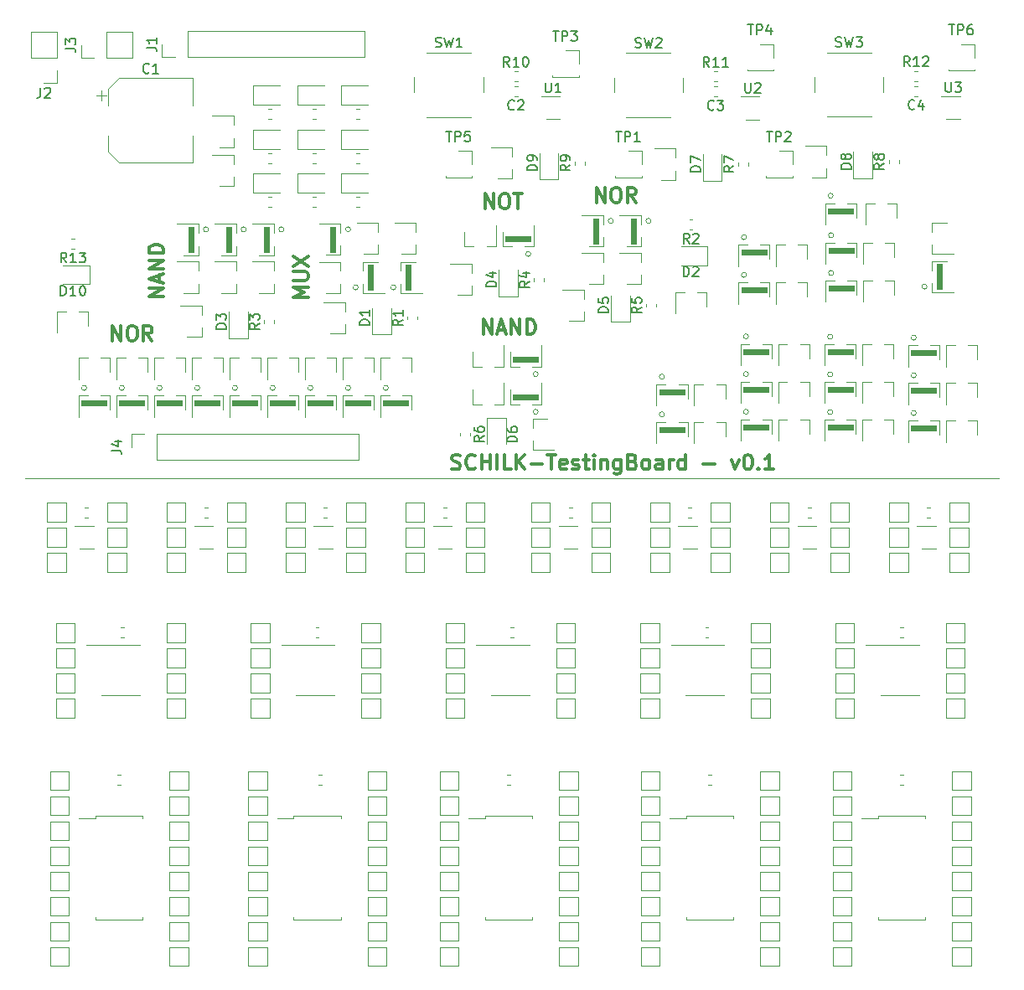
<source format=gbr>
G04 #@! TF.GenerationSoftware,KiCad,Pcbnew,(5.1.5)-3*
G04 #@! TF.CreationDate,2020-02-26T16:32:23+01:00*
G04 #@! TF.ProjectId,Testingboard,54657374-696e-4676-926f-6172642e6b69,rev?*
G04 #@! TF.SameCoordinates,Original*
G04 #@! TF.FileFunction,Legend,Top*
G04 #@! TF.FilePolarity,Positive*
%FSLAX46Y46*%
G04 Gerber Fmt 4.6, Leading zero omitted, Abs format (unit mm)*
G04 Created by KiCad (PCBNEW (5.1.5)-3) date 2020-02-26 16:32:23*
%MOMM*%
%LPD*%
G04 APERTURE LIST*
%ADD10C,0.300000*%
%ADD11C,0.120000*%
%ADD12C,0.100000*%
%ADD13C,0.150000*%
G04 APERTURE END LIST*
D10*
X131387500Y-83474642D02*
X131601785Y-83546071D01*
X131958928Y-83546071D01*
X132101785Y-83474642D01*
X132173214Y-83403214D01*
X132244642Y-83260357D01*
X132244642Y-83117500D01*
X132173214Y-82974642D01*
X132101785Y-82903214D01*
X131958928Y-82831785D01*
X131673214Y-82760357D01*
X131530357Y-82688928D01*
X131458928Y-82617500D01*
X131387500Y-82474642D01*
X131387500Y-82331785D01*
X131458928Y-82188928D01*
X131530357Y-82117500D01*
X131673214Y-82046071D01*
X132030357Y-82046071D01*
X132244642Y-82117500D01*
X133744642Y-83403214D02*
X133673214Y-83474642D01*
X133458928Y-83546071D01*
X133316071Y-83546071D01*
X133101785Y-83474642D01*
X132958928Y-83331785D01*
X132887500Y-83188928D01*
X132816071Y-82903214D01*
X132816071Y-82688928D01*
X132887500Y-82403214D01*
X132958928Y-82260357D01*
X133101785Y-82117500D01*
X133316071Y-82046071D01*
X133458928Y-82046071D01*
X133673214Y-82117500D01*
X133744642Y-82188928D01*
X134387500Y-83546071D02*
X134387500Y-82046071D01*
X134387500Y-82760357D02*
X135244642Y-82760357D01*
X135244642Y-83546071D02*
X135244642Y-82046071D01*
X135958928Y-83546071D02*
X135958928Y-82046071D01*
X137387500Y-83546071D02*
X136673214Y-83546071D01*
X136673214Y-82046071D01*
X137887500Y-83546071D02*
X137887500Y-82046071D01*
X138744642Y-83546071D02*
X138101785Y-82688928D01*
X138744642Y-82046071D02*
X137887500Y-82903214D01*
X139387500Y-82974642D02*
X140530357Y-82974642D01*
X141030357Y-82046071D02*
X141887500Y-82046071D01*
X141458928Y-83546071D02*
X141458928Y-82046071D01*
X142958928Y-83474642D02*
X142816071Y-83546071D01*
X142530357Y-83546071D01*
X142387500Y-83474642D01*
X142316071Y-83331785D01*
X142316071Y-82760357D01*
X142387500Y-82617500D01*
X142530357Y-82546071D01*
X142816071Y-82546071D01*
X142958928Y-82617500D01*
X143030357Y-82760357D01*
X143030357Y-82903214D01*
X142316071Y-83046071D01*
X143601785Y-83474642D02*
X143744642Y-83546071D01*
X144030357Y-83546071D01*
X144173214Y-83474642D01*
X144244642Y-83331785D01*
X144244642Y-83260357D01*
X144173214Y-83117500D01*
X144030357Y-83046071D01*
X143816071Y-83046071D01*
X143673214Y-82974642D01*
X143601785Y-82831785D01*
X143601785Y-82760357D01*
X143673214Y-82617500D01*
X143816071Y-82546071D01*
X144030357Y-82546071D01*
X144173214Y-82617500D01*
X144673214Y-82546071D02*
X145244642Y-82546071D01*
X144887500Y-82046071D02*
X144887500Y-83331785D01*
X144958928Y-83474642D01*
X145101785Y-83546071D01*
X145244642Y-83546071D01*
X145744642Y-83546071D02*
X145744642Y-82546071D01*
X145744642Y-82046071D02*
X145673214Y-82117500D01*
X145744642Y-82188928D01*
X145816071Y-82117500D01*
X145744642Y-82046071D01*
X145744642Y-82188928D01*
X146458928Y-82546071D02*
X146458928Y-83546071D01*
X146458928Y-82688928D02*
X146530357Y-82617500D01*
X146673214Y-82546071D01*
X146887500Y-82546071D01*
X147030357Y-82617500D01*
X147101785Y-82760357D01*
X147101785Y-83546071D01*
X148458928Y-82546071D02*
X148458928Y-83760357D01*
X148387500Y-83903214D01*
X148316071Y-83974642D01*
X148173214Y-84046071D01*
X147958928Y-84046071D01*
X147816071Y-83974642D01*
X148458928Y-83474642D02*
X148316071Y-83546071D01*
X148030357Y-83546071D01*
X147887500Y-83474642D01*
X147816071Y-83403214D01*
X147744642Y-83260357D01*
X147744642Y-82831785D01*
X147816071Y-82688928D01*
X147887500Y-82617500D01*
X148030357Y-82546071D01*
X148316071Y-82546071D01*
X148458928Y-82617500D01*
X149673214Y-82760357D02*
X149887500Y-82831785D01*
X149958928Y-82903214D01*
X150030357Y-83046071D01*
X150030357Y-83260357D01*
X149958928Y-83403214D01*
X149887500Y-83474642D01*
X149744642Y-83546071D01*
X149173214Y-83546071D01*
X149173214Y-82046071D01*
X149673214Y-82046071D01*
X149816071Y-82117500D01*
X149887500Y-82188928D01*
X149958928Y-82331785D01*
X149958928Y-82474642D01*
X149887500Y-82617500D01*
X149816071Y-82688928D01*
X149673214Y-82760357D01*
X149173214Y-82760357D01*
X150887500Y-83546071D02*
X150744642Y-83474642D01*
X150673214Y-83403214D01*
X150601785Y-83260357D01*
X150601785Y-82831785D01*
X150673214Y-82688928D01*
X150744642Y-82617500D01*
X150887500Y-82546071D01*
X151101785Y-82546071D01*
X151244642Y-82617500D01*
X151316071Y-82688928D01*
X151387500Y-82831785D01*
X151387500Y-83260357D01*
X151316071Y-83403214D01*
X151244642Y-83474642D01*
X151101785Y-83546071D01*
X150887500Y-83546071D01*
X152673214Y-83546071D02*
X152673214Y-82760357D01*
X152601785Y-82617500D01*
X152458928Y-82546071D01*
X152173214Y-82546071D01*
X152030357Y-82617500D01*
X152673214Y-83474642D02*
X152530357Y-83546071D01*
X152173214Y-83546071D01*
X152030357Y-83474642D01*
X151958928Y-83331785D01*
X151958928Y-83188928D01*
X152030357Y-83046071D01*
X152173214Y-82974642D01*
X152530357Y-82974642D01*
X152673214Y-82903214D01*
X153387500Y-83546071D02*
X153387500Y-82546071D01*
X153387500Y-82831785D02*
X153458928Y-82688928D01*
X153530357Y-82617500D01*
X153673214Y-82546071D01*
X153816071Y-82546071D01*
X154958928Y-83546071D02*
X154958928Y-82046071D01*
X154958928Y-83474642D02*
X154816071Y-83546071D01*
X154530357Y-83546071D01*
X154387500Y-83474642D01*
X154316071Y-83403214D01*
X154244642Y-83260357D01*
X154244642Y-82831785D01*
X154316071Y-82688928D01*
X154387500Y-82617500D01*
X154530357Y-82546071D01*
X154816071Y-82546071D01*
X154958928Y-82617500D01*
X156816071Y-82974642D02*
X157958928Y-82974642D01*
X159673214Y-82546071D02*
X160030357Y-83546071D01*
X160387500Y-82546071D01*
X161244642Y-82046071D02*
X161387500Y-82046071D01*
X161530357Y-82117500D01*
X161601785Y-82188928D01*
X161673214Y-82331785D01*
X161744642Y-82617500D01*
X161744642Y-82974642D01*
X161673214Y-83260357D01*
X161601785Y-83403214D01*
X161530357Y-83474642D01*
X161387500Y-83546071D01*
X161244642Y-83546071D01*
X161101785Y-83474642D01*
X161030357Y-83403214D01*
X160958928Y-83260357D01*
X160887500Y-82974642D01*
X160887500Y-82617500D01*
X160958928Y-82331785D01*
X161030357Y-82188928D01*
X161101785Y-82117500D01*
X161244642Y-82046071D01*
X162387500Y-83403214D02*
X162458928Y-83474642D01*
X162387500Y-83546071D01*
X162316071Y-83474642D01*
X162387500Y-83403214D01*
X162387500Y-83546071D01*
X163887500Y-83546071D02*
X163030357Y-83546071D01*
X163458928Y-83546071D02*
X163458928Y-82046071D01*
X163316071Y-82260357D01*
X163173214Y-82403214D01*
X163030357Y-82474642D01*
D11*
X186690000Y-84455000D02*
X88265000Y-84455000D01*
X90170000Y-84455000D02*
X186690000Y-84455000D01*
D10*
X145990714Y-56558571D02*
X145990714Y-55058571D01*
X146847857Y-56558571D01*
X146847857Y-55058571D01*
X147847857Y-55058571D02*
X148133571Y-55058571D01*
X148276428Y-55130000D01*
X148419285Y-55272857D01*
X148490714Y-55558571D01*
X148490714Y-56058571D01*
X148419285Y-56344285D01*
X148276428Y-56487142D01*
X148133571Y-56558571D01*
X147847857Y-56558571D01*
X147705000Y-56487142D01*
X147562142Y-56344285D01*
X147490714Y-56058571D01*
X147490714Y-55558571D01*
X147562142Y-55272857D01*
X147705000Y-55130000D01*
X147847857Y-55058571D01*
X149990714Y-56558571D02*
X149490714Y-55844285D01*
X149133571Y-56558571D02*
X149133571Y-55058571D01*
X149705000Y-55058571D01*
X149847857Y-55130000D01*
X149919285Y-55201428D01*
X149990714Y-55344285D01*
X149990714Y-55558571D01*
X149919285Y-55701428D01*
X149847857Y-55772857D01*
X149705000Y-55844285D01*
X149133571Y-55844285D01*
X134552857Y-69893571D02*
X134552857Y-68393571D01*
X135410000Y-69893571D01*
X135410000Y-68393571D01*
X136052857Y-69465000D02*
X136767142Y-69465000D01*
X135910000Y-69893571D02*
X136410000Y-68393571D01*
X136910000Y-69893571D01*
X137410000Y-69893571D02*
X137410000Y-68393571D01*
X138267142Y-69893571D01*
X138267142Y-68393571D01*
X138981428Y-69893571D02*
X138981428Y-68393571D01*
X139338571Y-68393571D01*
X139552857Y-68465000D01*
X139695714Y-68607857D01*
X139767142Y-68750714D01*
X139838571Y-69036428D01*
X139838571Y-69250714D01*
X139767142Y-69536428D01*
X139695714Y-69679285D01*
X139552857Y-69822142D01*
X139338571Y-69893571D01*
X138981428Y-69893571D01*
X134739285Y-57193571D02*
X134739285Y-55693571D01*
X135596428Y-57193571D01*
X135596428Y-55693571D01*
X136596428Y-55693571D02*
X136882142Y-55693571D01*
X137025000Y-55765000D01*
X137167857Y-55907857D01*
X137239285Y-56193571D01*
X137239285Y-56693571D01*
X137167857Y-56979285D01*
X137025000Y-57122142D01*
X136882142Y-57193571D01*
X136596428Y-57193571D01*
X136453571Y-57122142D01*
X136310714Y-56979285D01*
X136239285Y-56693571D01*
X136239285Y-56193571D01*
X136310714Y-55907857D01*
X136453571Y-55765000D01*
X136596428Y-55693571D01*
X137667857Y-55693571D02*
X138525000Y-55693571D01*
X138096428Y-57193571D02*
X138096428Y-55693571D01*
X116883571Y-66135000D02*
X115383571Y-66135000D01*
X116455000Y-65635000D01*
X115383571Y-65135000D01*
X116883571Y-65135000D01*
X115383571Y-64420714D02*
X116597857Y-64420714D01*
X116740714Y-64349285D01*
X116812142Y-64277857D01*
X116883571Y-64135000D01*
X116883571Y-63849285D01*
X116812142Y-63706428D01*
X116740714Y-63635000D01*
X116597857Y-63563571D01*
X115383571Y-63563571D01*
X115383571Y-62992142D02*
X116883571Y-61992142D01*
X115383571Y-61992142D02*
X116883571Y-62992142D01*
X102278571Y-66107142D02*
X100778571Y-66107142D01*
X102278571Y-65250000D01*
X100778571Y-65250000D01*
X101850000Y-64607142D02*
X101850000Y-63892857D01*
X102278571Y-64750000D02*
X100778571Y-64250000D01*
X102278571Y-63750000D01*
X102278571Y-63250000D02*
X100778571Y-63250000D01*
X102278571Y-62392857D01*
X100778571Y-62392857D01*
X102278571Y-61678571D02*
X100778571Y-61678571D01*
X100778571Y-61321428D01*
X100850000Y-61107142D01*
X100992857Y-60964285D01*
X101135714Y-60892857D01*
X101421428Y-60821428D01*
X101635714Y-60821428D01*
X101921428Y-60892857D01*
X102064285Y-60964285D01*
X102207142Y-61107142D01*
X102278571Y-61321428D01*
X102278571Y-61678571D01*
X97095714Y-70528571D02*
X97095714Y-69028571D01*
X97952857Y-70528571D01*
X97952857Y-69028571D01*
X98952857Y-69028571D02*
X99238571Y-69028571D01*
X99381428Y-69100000D01*
X99524285Y-69242857D01*
X99595714Y-69528571D01*
X99595714Y-70028571D01*
X99524285Y-70314285D01*
X99381428Y-70457142D01*
X99238571Y-70528571D01*
X98952857Y-70528571D01*
X98810000Y-70457142D01*
X98667142Y-70314285D01*
X98595714Y-70028571D01*
X98595714Y-69528571D01*
X98667142Y-69242857D01*
X98810000Y-69100000D01*
X98952857Y-69028571D01*
X101095714Y-70528571D02*
X100595714Y-69814285D01*
X100238571Y-70528571D02*
X100238571Y-69028571D01*
X100810000Y-69028571D01*
X100952857Y-69100000D01*
X101024285Y-69171428D01*
X101095714Y-69314285D01*
X101095714Y-69528571D01*
X101024285Y-69671428D01*
X100952857Y-69742857D01*
X100810000Y-69814285D01*
X100238571Y-69814285D01*
D11*
X97627221Y-115445000D02*
X97952779Y-115445000D01*
X97627221Y-114425000D02*
X97952779Y-114425000D01*
X117947221Y-114425000D02*
X118272779Y-114425000D01*
X117947221Y-115445000D02*
X118272779Y-115445000D01*
X136997221Y-115445000D02*
X137322779Y-115445000D01*
X136997221Y-114425000D02*
X137322779Y-114425000D01*
X157317221Y-114425000D02*
X157642779Y-114425000D01*
X157317221Y-115445000D02*
X157642779Y-115445000D01*
X176684721Y-115445000D02*
X177010279Y-115445000D01*
X176684721Y-114425000D02*
X177010279Y-114425000D01*
X176684721Y-99502500D02*
X177010279Y-99502500D01*
X176684721Y-100522500D02*
X177010279Y-100522500D01*
X156999721Y-100522500D02*
X157325279Y-100522500D01*
X156999721Y-99502500D02*
X157325279Y-99502500D01*
X137314721Y-99502500D02*
X137640279Y-99502500D01*
X137314721Y-100522500D02*
X137640279Y-100522500D01*
X117629721Y-100522500D02*
X117955279Y-100522500D01*
X117629721Y-99502500D02*
X117955279Y-99502500D01*
X97944721Y-99502500D02*
X98270279Y-99502500D01*
X97944721Y-100522500D02*
X98270279Y-100522500D01*
X169865000Y-114048500D02*
X171765000Y-114048500D01*
X171765000Y-114048500D02*
X171765000Y-115948500D01*
X171765000Y-115948500D02*
X169865000Y-115948500D01*
X169865000Y-115948500D02*
X169865000Y-114048500D01*
X176847500Y-129085000D02*
X179232500Y-129085000D01*
X179232500Y-129085000D02*
X179232500Y-128805000D01*
X176847500Y-129085000D02*
X174462500Y-129085000D01*
X174462500Y-129085000D02*
X174462500Y-128805000D01*
X176847500Y-118565000D02*
X179232500Y-118565000D01*
X179232500Y-118565000D02*
X179232500Y-118845000D01*
X176847500Y-118565000D02*
X174462500Y-118565000D01*
X174462500Y-118565000D02*
X174462500Y-118845000D01*
X174462500Y-118845000D02*
X172797500Y-118845000D01*
X181930000Y-129288500D02*
X183830000Y-129288500D01*
X183830000Y-129288500D02*
X183830000Y-131188500D01*
X183830000Y-131188500D02*
X181930000Y-131188500D01*
X181930000Y-131188500D02*
X181930000Y-129288500D01*
X181930000Y-116588500D02*
X183830000Y-116588500D01*
X183830000Y-116588500D02*
X183830000Y-118488500D01*
X183830000Y-118488500D02*
X181930000Y-118488500D01*
X181930000Y-118488500D02*
X181930000Y-116588500D01*
X169865000Y-119128500D02*
X171765000Y-119128500D01*
X171765000Y-119128500D02*
X171765000Y-121028500D01*
X171765000Y-121028500D02*
X169865000Y-121028500D01*
X169865000Y-121028500D02*
X169865000Y-119128500D01*
X181930000Y-124208500D02*
X183830000Y-124208500D01*
X183830000Y-124208500D02*
X183830000Y-126108500D01*
X183830000Y-126108500D02*
X181930000Y-126108500D01*
X181930000Y-126108500D02*
X181930000Y-124208500D01*
X169865000Y-131188500D02*
X169865000Y-129288500D01*
X171765000Y-131188500D02*
X169865000Y-131188500D01*
X171765000Y-129288500D02*
X171765000Y-131188500D01*
X169865000Y-129288500D02*
X171765000Y-129288500D01*
X181930000Y-128648500D02*
X181930000Y-126748500D01*
X183830000Y-128648500D02*
X181930000Y-128648500D01*
X183830000Y-126748500D02*
X183830000Y-128648500D01*
X181930000Y-126748500D02*
X183830000Y-126748500D01*
X155095000Y-118845000D02*
X153430000Y-118845000D01*
X155095000Y-118565000D02*
X155095000Y-118845000D01*
X157480000Y-118565000D02*
X155095000Y-118565000D01*
X159865000Y-118565000D02*
X159865000Y-118845000D01*
X157480000Y-118565000D02*
X159865000Y-118565000D01*
X155095000Y-129085000D02*
X155095000Y-128805000D01*
X157480000Y-129085000D02*
X155095000Y-129085000D01*
X159865000Y-129085000D02*
X159865000Y-128805000D01*
X157480000Y-129085000D02*
X159865000Y-129085000D01*
X181930000Y-121028500D02*
X181930000Y-119128500D01*
X183830000Y-121028500D02*
X181930000Y-121028500D01*
X183830000Y-119128500D02*
X183830000Y-121028500D01*
X181930000Y-119128500D02*
X183830000Y-119128500D01*
X169865000Y-123568500D02*
X169865000Y-121668500D01*
X171765000Y-123568500D02*
X169865000Y-123568500D01*
X171765000Y-121668500D02*
X171765000Y-123568500D01*
X169865000Y-121668500D02*
X171765000Y-121668500D01*
X169865000Y-118488500D02*
X169865000Y-116588500D01*
X171765000Y-118488500D02*
X169865000Y-118488500D01*
X171765000Y-116588500D02*
X171765000Y-118488500D01*
X169865000Y-116588500D02*
X171765000Y-116588500D01*
X169865000Y-131828500D02*
X171765000Y-131828500D01*
X171765000Y-131828500D02*
X171765000Y-133728500D01*
X171765000Y-133728500D02*
X169865000Y-133728500D01*
X169865000Y-133728500D02*
X169865000Y-131828500D01*
X181930000Y-115948500D02*
X181930000Y-114048500D01*
X183830000Y-115948500D02*
X181930000Y-115948500D01*
X183830000Y-114048500D02*
X183830000Y-115948500D01*
X181930000Y-114048500D02*
X183830000Y-114048500D01*
X169865000Y-126748500D02*
X171765000Y-126748500D01*
X171765000Y-126748500D02*
X171765000Y-128648500D01*
X171765000Y-128648500D02*
X169865000Y-128648500D01*
X169865000Y-128648500D02*
X169865000Y-126748500D01*
X181930000Y-121668500D02*
X183830000Y-121668500D01*
X183830000Y-121668500D02*
X183830000Y-123568500D01*
X183830000Y-123568500D02*
X181930000Y-123568500D01*
X181930000Y-123568500D02*
X181930000Y-121668500D01*
X181930000Y-133728500D02*
X181930000Y-131828500D01*
X183830000Y-133728500D02*
X181930000Y-133728500D01*
X183830000Y-131828500D02*
X183830000Y-133728500D01*
X181930000Y-131828500D02*
X183830000Y-131828500D01*
X169865000Y-126108500D02*
X169865000Y-124208500D01*
X171765000Y-126108500D02*
X169865000Y-126108500D01*
X171765000Y-124208500D02*
X171765000Y-126108500D01*
X169865000Y-124208500D02*
X171765000Y-124208500D01*
X150497500Y-121028500D02*
X150497500Y-119128500D01*
X152397500Y-121028500D02*
X150497500Y-121028500D01*
X152397500Y-119128500D02*
X152397500Y-121028500D01*
X150497500Y-119128500D02*
X152397500Y-119128500D01*
X150497500Y-129288500D02*
X152397500Y-129288500D01*
X152397500Y-129288500D02*
X152397500Y-131188500D01*
X152397500Y-131188500D02*
X150497500Y-131188500D01*
X150497500Y-131188500D02*
X150497500Y-129288500D01*
X150497500Y-115948500D02*
X150497500Y-114048500D01*
X152397500Y-115948500D02*
X150497500Y-115948500D01*
X152397500Y-114048500D02*
X152397500Y-115948500D01*
X150497500Y-114048500D02*
X152397500Y-114048500D01*
X162562500Y-123568500D02*
X162562500Y-121668500D01*
X164462500Y-123568500D02*
X162562500Y-123568500D01*
X164462500Y-121668500D02*
X164462500Y-123568500D01*
X162562500Y-121668500D02*
X164462500Y-121668500D01*
X162562500Y-119128500D02*
X164462500Y-119128500D01*
X164462500Y-119128500D02*
X164462500Y-121028500D01*
X164462500Y-121028500D02*
X162562500Y-121028500D01*
X162562500Y-121028500D02*
X162562500Y-119128500D01*
X162562500Y-131188500D02*
X162562500Y-129288500D01*
X164462500Y-131188500D02*
X162562500Y-131188500D01*
X164462500Y-129288500D02*
X164462500Y-131188500D01*
X162562500Y-129288500D02*
X164462500Y-129288500D01*
X162562500Y-114048500D02*
X164462500Y-114048500D01*
X164462500Y-114048500D02*
X164462500Y-115948500D01*
X164462500Y-115948500D02*
X162562500Y-115948500D01*
X162562500Y-115948500D02*
X162562500Y-114048500D01*
X162562500Y-118488500D02*
X162562500Y-116588500D01*
X164462500Y-118488500D02*
X162562500Y-118488500D01*
X164462500Y-116588500D02*
X164462500Y-118488500D01*
X162562500Y-116588500D02*
X164462500Y-116588500D01*
X150497500Y-116588500D02*
X152397500Y-116588500D01*
X152397500Y-116588500D02*
X152397500Y-118488500D01*
X152397500Y-118488500D02*
X150497500Y-118488500D01*
X150497500Y-118488500D02*
X150497500Y-116588500D01*
X150497500Y-124208500D02*
X152397500Y-124208500D01*
X152397500Y-124208500D02*
X152397500Y-126108500D01*
X152397500Y-126108500D02*
X150497500Y-126108500D01*
X150497500Y-126108500D02*
X150497500Y-124208500D01*
X162562500Y-126748500D02*
X164462500Y-126748500D01*
X164462500Y-126748500D02*
X164462500Y-128648500D01*
X164462500Y-128648500D02*
X162562500Y-128648500D01*
X162562500Y-128648500D02*
X162562500Y-126748500D01*
X150497500Y-121668500D02*
X152397500Y-121668500D01*
X152397500Y-121668500D02*
X152397500Y-123568500D01*
X152397500Y-123568500D02*
X150497500Y-123568500D01*
X150497500Y-123568500D02*
X150497500Y-121668500D01*
X150497500Y-133728500D02*
X150497500Y-131828500D01*
X152397500Y-133728500D02*
X150497500Y-133728500D01*
X152397500Y-131828500D02*
X152397500Y-133728500D01*
X150497500Y-131828500D02*
X152397500Y-131828500D01*
X162562500Y-131828500D02*
X164462500Y-131828500D01*
X164462500Y-131828500D02*
X164462500Y-133728500D01*
X164462500Y-133728500D02*
X162562500Y-133728500D01*
X162562500Y-133728500D02*
X162562500Y-131828500D01*
X162562500Y-126108500D02*
X162562500Y-124208500D01*
X164462500Y-126108500D02*
X162562500Y-126108500D01*
X164462500Y-124208500D02*
X164462500Y-126108500D01*
X162562500Y-124208500D02*
X164462500Y-124208500D01*
X150497500Y-128648500D02*
X150497500Y-126748500D01*
X152397500Y-128648500D02*
X150497500Y-128648500D01*
X152397500Y-126748500D02*
X152397500Y-128648500D01*
X150497500Y-126748500D02*
X152397500Y-126748500D01*
X134775000Y-118845000D02*
X133110000Y-118845000D01*
X134775000Y-118565000D02*
X134775000Y-118845000D01*
X137160000Y-118565000D02*
X134775000Y-118565000D01*
X139545000Y-118565000D02*
X139545000Y-118845000D01*
X137160000Y-118565000D02*
X139545000Y-118565000D01*
X134775000Y-129085000D02*
X134775000Y-128805000D01*
X137160000Y-129085000D02*
X134775000Y-129085000D01*
X139545000Y-129085000D02*
X139545000Y-128805000D01*
X137160000Y-129085000D02*
X139545000Y-129085000D01*
X130177500Y-121028500D02*
X130177500Y-119128500D01*
X132077500Y-121028500D02*
X130177500Y-121028500D01*
X132077500Y-119128500D02*
X132077500Y-121028500D01*
X130177500Y-119128500D02*
X132077500Y-119128500D01*
X130177500Y-129288500D02*
X132077500Y-129288500D01*
X132077500Y-129288500D02*
X132077500Y-131188500D01*
X132077500Y-131188500D02*
X130177500Y-131188500D01*
X130177500Y-131188500D02*
X130177500Y-129288500D01*
X130177500Y-115948500D02*
X130177500Y-114048500D01*
X132077500Y-115948500D02*
X130177500Y-115948500D01*
X132077500Y-114048500D02*
X132077500Y-115948500D01*
X130177500Y-114048500D02*
X132077500Y-114048500D01*
X142242500Y-123568500D02*
X142242500Y-121668500D01*
X144142500Y-123568500D02*
X142242500Y-123568500D01*
X144142500Y-121668500D02*
X144142500Y-123568500D01*
X142242500Y-121668500D02*
X144142500Y-121668500D01*
X142242500Y-119128500D02*
X144142500Y-119128500D01*
X144142500Y-119128500D02*
X144142500Y-121028500D01*
X144142500Y-121028500D02*
X142242500Y-121028500D01*
X142242500Y-121028500D02*
X142242500Y-119128500D01*
X142242500Y-131188500D02*
X142242500Y-129288500D01*
X144142500Y-131188500D02*
X142242500Y-131188500D01*
X144142500Y-129288500D02*
X144142500Y-131188500D01*
X142242500Y-129288500D02*
X144142500Y-129288500D01*
X142242500Y-114048500D02*
X144142500Y-114048500D01*
X144142500Y-114048500D02*
X144142500Y-115948500D01*
X144142500Y-115948500D02*
X142242500Y-115948500D01*
X142242500Y-115948500D02*
X142242500Y-114048500D01*
X142242500Y-118488500D02*
X142242500Y-116588500D01*
X144142500Y-118488500D02*
X142242500Y-118488500D01*
X144142500Y-116588500D02*
X144142500Y-118488500D01*
X142242500Y-116588500D02*
X144142500Y-116588500D01*
X130177500Y-116588500D02*
X132077500Y-116588500D01*
X132077500Y-116588500D02*
X132077500Y-118488500D01*
X132077500Y-118488500D02*
X130177500Y-118488500D01*
X130177500Y-118488500D02*
X130177500Y-116588500D01*
X130177500Y-124208500D02*
X132077500Y-124208500D01*
X132077500Y-124208500D02*
X132077500Y-126108500D01*
X132077500Y-126108500D02*
X130177500Y-126108500D01*
X130177500Y-126108500D02*
X130177500Y-124208500D01*
X142242500Y-126748500D02*
X144142500Y-126748500D01*
X144142500Y-126748500D02*
X144142500Y-128648500D01*
X144142500Y-128648500D02*
X142242500Y-128648500D01*
X142242500Y-128648500D02*
X142242500Y-126748500D01*
X130177500Y-121668500D02*
X132077500Y-121668500D01*
X132077500Y-121668500D02*
X132077500Y-123568500D01*
X132077500Y-123568500D02*
X130177500Y-123568500D01*
X130177500Y-123568500D02*
X130177500Y-121668500D01*
X130177500Y-133728500D02*
X130177500Y-131828500D01*
X132077500Y-133728500D02*
X130177500Y-133728500D01*
X132077500Y-131828500D02*
X132077500Y-133728500D01*
X130177500Y-131828500D02*
X132077500Y-131828500D01*
X142242500Y-131828500D02*
X144142500Y-131828500D01*
X144142500Y-131828500D02*
X144142500Y-133728500D01*
X144142500Y-133728500D02*
X142242500Y-133728500D01*
X142242500Y-133728500D02*
X142242500Y-131828500D01*
X142242500Y-126108500D02*
X142242500Y-124208500D01*
X144142500Y-126108500D02*
X142242500Y-126108500D01*
X144142500Y-124208500D02*
X144142500Y-126108500D01*
X142242500Y-124208500D02*
X144142500Y-124208500D01*
X130177500Y-128648500D02*
X130177500Y-126748500D01*
X132077500Y-128648500D02*
X130177500Y-128648500D01*
X132077500Y-126748500D02*
X132077500Y-128648500D01*
X130177500Y-126748500D02*
X132077500Y-126748500D01*
X117792500Y-129085000D02*
X120177500Y-129085000D01*
X120177500Y-129085000D02*
X120177500Y-128805000D01*
X117792500Y-129085000D02*
X115407500Y-129085000D01*
X115407500Y-129085000D02*
X115407500Y-128805000D01*
X117792500Y-118565000D02*
X120177500Y-118565000D01*
X120177500Y-118565000D02*
X120177500Y-118845000D01*
X117792500Y-118565000D02*
X115407500Y-118565000D01*
X115407500Y-118565000D02*
X115407500Y-118845000D01*
X115407500Y-118845000D02*
X113742500Y-118845000D01*
X110810000Y-119128500D02*
X112710000Y-119128500D01*
X112710000Y-119128500D02*
X112710000Y-121028500D01*
X112710000Y-121028500D02*
X110810000Y-121028500D01*
X110810000Y-121028500D02*
X110810000Y-119128500D01*
X110810000Y-131188500D02*
X110810000Y-129288500D01*
X112710000Y-131188500D02*
X110810000Y-131188500D01*
X112710000Y-129288500D02*
X112710000Y-131188500D01*
X110810000Y-129288500D02*
X112710000Y-129288500D01*
X110810000Y-126748500D02*
X112710000Y-126748500D01*
X112710000Y-126748500D02*
X112710000Y-128648500D01*
X112710000Y-128648500D02*
X110810000Y-128648500D01*
X110810000Y-128648500D02*
X110810000Y-126748500D01*
X122875000Y-121668500D02*
X124775000Y-121668500D01*
X124775000Y-121668500D02*
X124775000Y-123568500D01*
X124775000Y-123568500D02*
X122875000Y-123568500D01*
X122875000Y-123568500D02*
X122875000Y-121668500D01*
X110810000Y-118488500D02*
X110810000Y-116588500D01*
X112710000Y-118488500D02*
X110810000Y-118488500D01*
X112710000Y-116588500D02*
X112710000Y-118488500D01*
X110810000Y-116588500D02*
X112710000Y-116588500D01*
X122875000Y-121028500D02*
X122875000Y-119128500D01*
X124775000Y-121028500D02*
X122875000Y-121028500D01*
X124775000Y-119128500D02*
X124775000Y-121028500D01*
X122875000Y-119128500D02*
X124775000Y-119128500D01*
X110810000Y-126108500D02*
X110810000Y-124208500D01*
X112710000Y-126108500D02*
X110810000Y-126108500D01*
X112710000Y-124208500D02*
X112710000Y-126108500D01*
X110810000Y-124208500D02*
X112710000Y-124208500D01*
X110810000Y-131828500D02*
X112710000Y-131828500D01*
X112710000Y-131828500D02*
X112710000Y-133728500D01*
X112710000Y-133728500D02*
X110810000Y-133728500D01*
X110810000Y-133728500D02*
X110810000Y-131828500D01*
X122875000Y-129288500D02*
X124775000Y-129288500D01*
X124775000Y-129288500D02*
X124775000Y-131188500D01*
X124775000Y-131188500D02*
X122875000Y-131188500D01*
X122875000Y-131188500D02*
X122875000Y-129288500D01*
X122875000Y-128648500D02*
X122875000Y-126748500D01*
X124775000Y-128648500D02*
X122875000Y-128648500D01*
X124775000Y-126748500D02*
X124775000Y-128648500D01*
X122875000Y-126748500D02*
X124775000Y-126748500D01*
X122875000Y-116588500D02*
X124775000Y-116588500D01*
X124775000Y-116588500D02*
X124775000Y-118488500D01*
X124775000Y-118488500D02*
X122875000Y-118488500D01*
X122875000Y-118488500D02*
X122875000Y-116588500D01*
X122875000Y-124208500D02*
X124775000Y-124208500D01*
X124775000Y-124208500D02*
X124775000Y-126108500D01*
X124775000Y-126108500D02*
X122875000Y-126108500D01*
X122875000Y-126108500D02*
X122875000Y-124208500D01*
X122875000Y-115948500D02*
X122875000Y-114048500D01*
X124775000Y-115948500D02*
X122875000Y-115948500D01*
X124775000Y-114048500D02*
X124775000Y-115948500D01*
X122875000Y-114048500D02*
X124775000Y-114048500D01*
X122875000Y-133728500D02*
X122875000Y-131828500D01*
X124775000Y-133728500D02*
X122875000Y-133728500D01*
X124775000Y-131828500D02*
X124775000Y-133728500D01*
X122875000Y-131828500D02*
X124775000Y-131828500D01*
X110810000Y-114048500D02*
X112710000Y-114048500D01*
X112710000Y-114048500D02*
X112710000Y-115948500D01*
X112710000Y-115948500D02*
X110810000Y-115948500D01*
X110810000Y-115948500D02*
X110810000Y-114048500D01*
X110810000Y-123568500D02*
X110810000Y-121668500D01*
X112710000Y-123568500D02*
X110810000Y-123568500D01*
X112710000Y-121668500D02*
X112710000Y-123568500D01*
X110810000Y-121668500D02*
X112710000Y-121668500D01*
X90807500Y-121668500D02*
X92707500Y-121668500D01*
X92707500Y-121668500D02*
X92707500Y-123568500D01*
X92707500Y-123568500D02*
X90807500Y-123568500D01*
X90807500Y-123568500D02*
X90807500Y-121668500D01*
X90807500Y-121028500D02*
X90807500Y-119128500D01*
X92707500Y-121028500D02*
X90807500Y-121028500D01*
X92707500Y-119128500D02*
X92707500Y-121028500D01*
X90807500Y-119128500D02*
X92707500Y-119128500D01*
X90807500Y-129288500D02*
X92707500Y-129288500D01*
X92707500Y-129288500D02*
X92707500Y-131188500D01*
X92707500Y-131188500D02*
X90807500Y-131188500D01*
X90807500Y-131188500D02*
X90807500Y-129288500D01*
X90807500Y-128648500D02*
X90807500Y-126748500D01*
X92707500Y-128648500D02*
X90807500Y-128648500D01*
X92707500Y-126748500D02*
X92707500Y-128648500D01*
X90807500Y-126748500D02*
X92707500Y-126748500D01*
X90807500Y-116588500D02*
X92707500Y-116588500D01*
X92707500Y-116588500D02*
X92707500Y-118488500D01*
X92707500Y-118488500D02*
X90807500Y-118488500D01*
X90807500Y-118488500D02*
X90807500Y-116588500D01*
X90807500Y-124208500D02*
X92707500Y-124208500D01*
X92707500Y-124208500D02*
X92707500Y-126108500D01*
X92707500Y-126108500D02*
X90807500Y-126108500D01*
X90807500Y-126108500D02*
X90807500Y-124208500D01*
X90807500Y-115948500D02*
X90807500Y-114048500D01*
X92707500Y-115948500D02*
X90807500Y-115948500D01*
X92707500Y-114048500D02*
X92707500Y-115948500D01*
X90807500Y-114048500D02*
X92707500Y-114048500D01*
X90807500Y-133728500D02*
X90807500Y-131828500D01*
X92707500Y-133728500D02*
X90807500Y-133728500D01*
X92707500Y-131828500D02*
X92707500Y-133728500D01*
X90807500Y-131828500D02*
X92707500Y-131828500D01*
X102872500Y-131828500D02*
X104772500Y-131828500D01*
X104772500Y-131828500D02*
X104772500Y-133728500D01*
X104772500Y-133728500D02*
X102872500Y-133728500D01*
X102872500Y-133728500D02*
X102872500Y-131828500D01*
X102872500Y-131188500D02*
X102872500Y-129288500D01*
X104772500Y-131188500D02*
X102872500Y-131188500D01*
X104772500Y-129288500D02*
X104772500Y-131188500D01*
X102872500Y-129288500D02*
X104772500Y-129288500D01*
X102872500Y-126748500D02*
X104772500Y-126748500D01*
X104772500Y-126748500D02*
X104772500Y-128648500D01*
X104772500Y-128648500D02*
X102872500Y-128648500D01*
X102872500Y-128648500D02*
X102872500Y-126748500D01*
X102872500Y-126108500D02*
X102872500Y-124208500D01*
X104772500Y-126108500D02*
X102872500Y-126108500D01*
X104772500Y-124208500D02*
X104772500Y-126108500D01*
X102872500Y-124208500D02*
X104772500Y-124208500D01*
X102872500Y-123568500D02*
X102872500Y-121668500D01*
X104772500Y-123568500D02*
X102872500Y-123568500D01*
X104772500Y-121668500D02*
X104772500Y-123568500D01*
X102872500Y-121668500D02*
X104772500Y-121668500D01*
X102872500Y-114048500D02*
X104772500Y-114048500D01*
X104772500Y-114048500D02*
X104772500Y-115948500D01*
X104772500Y-115948500D02*
X102872500Y-115948500D01*
X102872500Y-115948500D02*
X102872500Y-114048500D01*
X102872500Y-119128500D02*
X104772500Y-119128500D01*
X104772500Y-119128500D02*
X104772500Y-121028500D01*
X104772500Y-121028500D02*
X102872500Y-121028500D01*
X102872500Y-121028500D02*
X102872500Y-119128500D01*
X102872500Y-118488500D02*
X102872500Y-116588500D01*
X104772500Y-118488500D02*
X102872500Y-118488500D01*
X104772500Y-116588500D02*
X104772500Y-118488500D01*
X102872500Y-116588500D02*
X104772500Y-116588500D01*
X161610000Y-101666000D02*
X163510000Y-101666000D01*
X163510000Y-101666000D02*
X163510000Y-103566000D01*
X163510000Y-103566000D02*
X161610000Y-103566000D01*
X161610000Y-103566000D02*
X161610000Y-101666000D01*
X181295000Y-99126000D02*
X183195000Y-99126000D01*
X183195000Y-99126000D02*
X183195000Y-101026000D01*
X183195000Y-101026000D02*
X181295000Y-101026000D01*
X181295000Y-101026000D02*
X181295000Y-99126000D01*
X150434000Y-99126000D02*
X152334000Y-99126000D01*
X152334000Y-99126000D02*
X152334000Y-101026000D01*
X152334000Y-101026000D02*
X150434000Y-101026000D01*
X150434000Y-101026000D02*
X150434000Y-99126000D01*
X176657000Y-106382500D02*
X178607000Y-106382500D01*
X176657000Y-106382500D02*
X174707000Y-106382500D01*
X176657000Y-101262500D02*
X178607000Y-101262500D01*
X176657000Y-101262500D02*
X173207000Y-101262500D01*
X170119000Y-101026000D02*
X170119000Y-99126000D01*
X172019000Y-101026000D02*
X170119000Y-101026000D01*
X172019000Y-99126000D02*
X172019000Y-101026000D01*
X170119000Y-99126000D02*
X172019000Y-99126000D01*
X181295000Y-104206000D02*
X183195000Y-104206000D01*
X183195000Y-104206000D02*
X183195000Y-106106000D01*
X183195000Y-106106000D02*
X181295000Y-106106000D01*
X181295000Y-106106000D02*
X181295000Y-104206000D01*
X156972000Y-101262500D02*
X153522000Y-101262500D01*
X156972000Y-101262500D02*
X158922000Y-101262500D01*
X156972000Y-106382500D02*
X155022000Y-106382500D01*
X156972000Y-106382500D02*
X158922000Y-106382500D01*
X170119000Y-106746000D02*
X172019000Y-106746000D01*
X172019000Y-106746000D02*
X172019000Y-108646000D01*
X172019000Y-108646000D02*
X170119000Y-108646000D01*
X170119000Y-108646000D02*
X170119000Y-106746000D01*
X170119000Y-101666000D02*
X172019000Y-101666000D01*
X172019000Y-101666000D02*
X172019000Y-103566000D01*
X172019000Y-103566000D02*
X170119000Y-103566000D01*
X170119000Y-103566000D02*
X170119000Y-101666000D01*
X150434000Y-103566000D02*
X150434000Y-101666000D01*
X152334000Y-103566000D02*
X150434000Y-103566000D01*
X152334000Y-101666000D02*
X152334000Y-103566000D01*
X150434000Y-101666000D02*
X152334000Y-101666000D01*
X150434000Y-104206000D02*
X152334000Y-104206000D01*
X152334000Y-104206000D02*
X152334000Y-106106000D01*
X152334000Y-106106000D02*
X150434000Y-106106000D01*
X150434000Y-106106000D02*
X150434000Y-104206000D01*
X150434000Y-108646000D02*
X150434000Y-106746000D01*
X152334000Y-108646000D02*
X150434000Y-108646000D01*
X152334000Y-106746000D02*
X152334000Y-108646000D01*
X150434000Y-106746000D02*
X152334000Y-106746000D01*
X170119000Y-106106000D02*
X170119000Y-104206000D01*
X172019000Y-106106000D02*
X170119000Y-106106000D01*
X172019000Y-104206000D02*
X172019000Y-106106000D01*
X170119000Y-104206000D02*
X172019000Y-104206000D01*
X161610000Y-101026000D02*
X161610000Y-99126000D01*
X163510000Y-101026000D02*
X161610000Y-101026000D01*
X163510000Y-99126000D02*
X163510000Y-101026000D01*
X161610000Y-99126000D02*
X163510000Y-99126000D01*
X161610000Y-106746000D02*
X163510000Y-106746000D01*
X163510000Y-106746000D02*
X163510000Y-108646000D01*
X163510000Y-108646000D02*
X161610000Y-108646000D01*
X161610000Y-108646000D02*
X161610000Y-106746000D01*
X161610000Y-106106000D02*
X161610000Y-104206000D01*
X163510000Y-106106000D02*
X161610000Y-106106000D01*
X163510000Y-104206000D02*
X163510000Y-106106000D01*
X161610000Y-104206000D02*
X163510000Y-104206000D01*
X181295000Y-103566000D02*
X181295000Y-101666000D01*
X183195000Y-103566000D02*
X181295000Y-103566000D01*
X183195000Y-101666000D02*
X183195000Y-103566000D01*
X181295000Y-101666000D02*
X183195000Y-101666000D01*
X181295000Y-108646000D02*
X181295000Y-106746000D01*
X183195000Y-108646000D02*
X181295000Y-108646000D01*
X183195000Y-106746000D02*
X183195000Y-108646000D01*
X181295000Y-106746000D02*
X183195000Y-106746000D01*
X141925000Y-101666000D02*
X143825000Y-101666000D01*
X143825000Y-101666000D02*
X143825000Y-103566000D01*
X143825000Y-103566000D02*
X141925000Y-103566000D01*
X141925000Y-103566000D02*
X141925000Y-101666000D01*
X130749000Y-99126000D02*
X132649000Y-99126000D01*
X132649000Y-99126000D02*
X132649000Y-101026000D01*
X132649000Y-101026000D02*
X130749000Y-101026000D01*
X130749000Y-101026000D02*
X130749000Y-99126000D01*
X137287000Y-101262500D02*
X133837000Y-101262500D01*
X137287000Y-101262500D02*
X139237000Y-101262500D01*
X137287000Y-106382500D02*
X135337000Y-106382500D01*
X137287000Y-106382500D02*
X139237000Y-106382500D01*
X130749000Y-103566000D02*
X130749000Y-101666000D01*
X132649000Y-103566000D02*
X130749000Y-103566000D01*
X132649000Y-101666000D02*
X132649000Y-103566000D01*
X130749000Y-101666000D02*
X132649000Y-101666000D01*
X130749000Y-104206000D02*
X132649000Y-104206000D01*
X132649000Y-104206000D02*
X132649000Y-106106000D01*
X132649000Y-106106000D02*
X130749000Y-106106000D01*
X130749000Y-106106000D02*
X130749000Y-104206000D01*
X130749000Y-108646000D02*
X130749000Y-106746000D01*
X132649000Y-108646000D02*
X130749000Y-108646000D01*
X132649000Y-106746000D02*
X132649000Y-108646000D01*
X130749000Y-106746000D02*
X132649000Y-106746000D01*
X141925000Y-101026000D02*
X141925000Y-99126000D01*
X143825000Y-101026000D02*
X141925000Y-101026000D01*
X143825000Y-99126000D02*
X143825000Y-101026000D01*
X141925000Y-99126000D02*
X143825000Y-99126000D01*
X141925000Y-106746000D02*
X143825000Y-106746000D01*
X143825000Y-106746000D02*
X143825000Y-108646000D01*
X143825000Y-108646000D02*
X141925000Y-108646000D01*
X141925000Y-108646000D02*
X141925000Y-106746000D01*
X141925000Y-106106000D02*
X141925000Y-104206000D01*
X143825000Y-106106000D02*
X141925000Y-106106000D01*
X143825000Y-104206000D02*
X143825000Y-106106000D01*
X141925000Y-104206000D02*
X143825000Y-104206000D01*
X111064000Y-101026000D02*
X111064000Y-99126000D01*
X112964000Y-101026000D02*
X111064000Y-101026000D01*
X112964000Y-99126000D02*
X112964000Y-101026000D01*
X111064000Y-99126000D02*
X112964000Y-99126000D01*
X111064000Y-101666000D02*
X112964000Y-101666000D01*
X112964000Y-101666000D02*
X112964000Y-103566000D01*
X112964000Y-103566000D02*
X111064000Y-103566000D01*
X111064000Y-103566000D02*
X111064000Y-101666000D01*
X111064000Y-106106000D02*
X111064000Y-104206000D01*
X112964000Y-106106000D02*
X111064000Y-106106000D01*
X112964000Y-104206000D02*
X112964000Y-106106000D01*
X111064000Y-104206000D02*
X112964000Y-104206000D01*
X111064000Y-106746000D02*
X112964000Y-106746000D01*
X112964000Y-106746000D02*
X112964000Y-108646000D01*
X112964000Y-108646000D02*
X111064000Y-108646000D01*
X111064000Y-108646000D02*
X111064000Y-106746000D01*
X122240000Y-108646000D02*
X122240000Y-106746000D01*
X124140000Y-108646000D02*
X122240000Y-108646000D01*
X124140000Y-106746000D02*
X124140000Y-108646000D01*
X122240000Y-106746000D02*
X124140000Y-106746000D01*
X122240000Y-99126000D02*
X124140000Y-99126000D01*
X124140000Y-99126000D02*
X124140000Y-101026000D01*
X124140000Y-101026000D02*
X122240000Y-101026000D01*
X122240000Y-101026000D02*
X122240000Y-99126000D01*
X122240000Y-104206000D02*
X124140000Y-104206000D01*
X124140000Y-104206000D02*
X124140000Y-106106000D01*
X124140000Y-106106000D02*
X122240000Y-106106000D01*
X122240000Y-106106000D02*
X122240000Y-104206000D01*
X122240000Y-103566000D02*
X122240000Y-101666000D01*
X124140000Y-103566000D02*
X122240000Y-103566000D01*
X124140000Y-101666000D02*
X124140000Y-103566000D01*
X122240000Y-101666000D02*
X124140000Y-101666000D01*
X117602000Y-106382500D02*
X119552000Y-106382500D01*
X117602000Y-106382500D02*
X115652000Y-106382500D01*
X117602000Y-101262500D02*
X119552000Y-101262500D01*
X117602000Y-101262500D02*
X114152000Y-101262500D01*
X181676000Y-89474000D02*
X183576000Y-89474000D01*
X183576000Y-89474000D02*
X183576000Y-91374000D01*
X183576000Y-91374000D02*
X181676000Y-91374000D01*
X181676000Y-91374000D02*
X181676000Y-89474000D01*
X175580000Y-93914000D02*
X175580000Y-92014000D01*
X177480000Y-93914000D02*
X175580000Y-93914000D01*
X177480000Y-92014000D02*
X177480000Y-93914000D01*
X175580000Y-92014000D02*
X177480000Y-92014000D01*
X181676000Y-88834000D02*
X181676000Y-86934000D01*
X183576000Y-88834000D02*
X181676000Y-88834000D01*
X183576000Y-86934000D02*
X183576000Y-88834000D01*
X181676000Y-86934000D02*
X183576000Y-86934000D01*
X175580000Y-89474000D02*
X177480000Y-89474000D01*
X177480000Y-89474000D02*
X177480000Y-91374000D01*
X177480000Y-91374000D02*
X175580000Y-91374000D01*
X175580000Y-91374000D02*
X175580000Y-89474000D01*
X179415221Y-87374000D02*
X179740779Y-87374000D01*
X179415221Y-88394000D02*
X179740779Y-88394000D01*
X175580000Y-86934000D02*
X177480000Y-86934000D01*
X177480000Y-86934000D02*
X177480000Y-88834000D01*
X177480000Y-88834000D02*
X175580000Y-88834000D01*
X175580000Y-88834000D02*
X175580000Y-86934000D01*
X180278000Y-89264000D02*
X178378000Y-89264000D01*
X178878000Y-91584000D02*
X180278000Y-91584000D01*
X181676000Y-93914000D02*
X181676000Y-92014000D01*
X183576000Y-93914000D02*
X181676000Y-93914000D01*
X183576000Y-92014000D02*
X183576000Y-93914000D01*
X181676000Y-92014000D02*
X183576000Y-92014000D01*
X169611000Y-86934000D02*
X171511000Y-86934000D01*
X171511000Y-86934000D02*
X171511000Y-88834000D01*
X171511000Y-88834000D02*
X169611000Y-88834000D01*
X169611000Y-88834000D02*
X169611000Y-86934000D01*
X169611000Y-91374000D02*
X169611000Y-89474000D01*
X171511000Y-91374000D02*
X169611000Y-91374000D01*
X171511000Y-89474000D02*
X171511000Y-91374000D01*
X169611000Y-89474000D02*
X171511000Y-89474000D01*
X163515000Y-91374000D02*
X163515000Y-89474000D01*
X165415000Y-91374000D02*
X163515000Y-91374000D01*
X165415000Y-89474000D02*
X165415000Y-91374000D01*
X163515000Y-89474000D02*
X165415000Y-89474000D01*
X163515000Y-92014000D02*
X165415000Y-92014000D01*
X165415000Y-92014000D02*
X165415000Y-93914000D01*
X165415000Y-93914000D02*
X163515000Y-93914000D01*
X163515000Y-93914000D02*
X163515000Y-92014000D01*
X167350221Y-88394000D02*
X167675779Y-88394000D01*
X167350221Y-87374000D02*
X167675779Y-87374000D01*
X169611000Y-92014000D02*
X171511000Y-92014000D01*
X171511000Y-92014000D02*
X171511000Y-93914000D01*
X171511000Y-93914000D02*
X169611000Y-93914000D01*
X169611000Y-93914000D02*
X169611000Y-92014000D01*
X163515000Y-88834000D02*
X163515000Y-86934000D01*
X165415000Y-88834000D02*
X163515000Y-88834000D01*
X165415000Y-86934000D02*
X165415000Y-88834000D01*
X163515000Y-86934000D02*
X165415000Y-86934000D01*
X166813000Y-91584000D02*
X168213000Y-91584000D01*
X168213000Y-89264000D02*
X166313000Y-89264000D01*
X157546000Y-93914000D02*
X157546000Y-92014000D01*
X159446000Y-93914000D02*
X157546000Y-93914000D01*
X159446000Y-92014000D02*
X159446000Y-93914000D01*
X157546000Y-92014000D02*
X159446000Y-92014000D01*
X157546000Y-88834000D02*
X157546000Y-86934000D01*
X159446000Y-88834000D02*
X157546000Y-88834000D01*
X159446000Y-86934000D02*
X159446000Y-88834000D01*
X157546000Y-86934000D02*
X159446000Y-86934000D01*
X157546000Y-89474000D02*
X159446000Y-89474000D01*
X159446000Y-89474000D02*
X159446000Y-91374000D01*
X159446000Y-91374000D02*
X157546000Y-91374000D01*
X157546000Y-91374000D02*
X157546000Y-89474000D01*
X151450000Y-86934000D02*
X153350000Y-86934000D01*
X153350000Y-86934000D02*
X153350000Y-88834000D01*
X153350000Y-88834000D02*
X151450000Y-88834000D01*
X151450000Y-88834000D02*
X151450000Y-86934000D01*
X151450000Y-89474000D02*
X153350000Y-89474000D01*
X153350000Y-89474000D02*
X153350000Y-91374000D01*
X153350000Y-91374000D02*
X151450000Y-91374000D01*
X151450000Y-91374000D02*
X151450000Y-89474000D01*
X151450000Y-93914000D02*
X151450000Y-92014000D01*
X153350000Y-93914000D02*
X151450000Y-93914000D01*
X153350000Y-92014000D02*
X153350000Y-93914000D01*
X151450000Y-92014000D02*
X153350000Y-92014000D01*
X156148000Y-89264000D02*
X154248000Y-89264000D01*
X154748000Y-91584000D02*
X156148000Y-91584000D01*
X155285221Y-87374000D02*
X155610779Y-87374000D01*
X155285221Y-88394000D02*
X155610779Y-88394000D01*
X143220221Y-88394000D02*
X143545779Y-88394000D01*
X143220221Y-87374000D02*
X143545779Y-87374000D01*
X142683000Y-91584000D02*
X144083000Y-91584000D01*
X144083000Y-89264000D02*
X142183000Y-89264000D01*
X145481000Y-91374000D02*
X145481000Y-89474000D01*
X147381000Y-91374000D02*
X145481000Y-91374000D01*
X147381000Y-89474000D02*
X147381000Y-91374000D01*
X145481000Y-89474000D02*
X147381000Y-89474000D01*
X139385000Y-88834000D02*
X139385000Y-86934000D01*
X141285000Y-88834000D02*
X139385000Y-88834000D01*
X141285000Y-86934000D02*
X141285000Y-88834000D01*
X139385000Y-86934000D02*
X141285000Y-86934000D01*
X145481000Y-92014000D02*
X147381000Y-92014000D01*
X147381000Y-92014000D02*
X147381000Y-93914000D01*
X147381000Y-93914000D02*
X145481000Y-93914000D01*
X145481000Y-93914000D02*
X145481000Y-92014000D01*
X139385000Y-91374000D02*
X139385000Y-89474000D01*
X141285000Y-91374000D02*
X139385000Y-91374000D01*
X141285000Y-89474000D02*
X141285000Y-91374000D01*
X139385000Y-89474000D02*
X141285000Y-89474000D01*
X139385000Y-92014000D02*
X141285000Y-92014000D01*
X141285000Y-92014000D02*
X141285000Y-93914000D01*
X141285000Y-93914000D02*
X139385000Y-93914000D01*
X139385000Y-93914000D02*
X139385000Y-92014000D01*
X145481000Y-86934000D02*
X147381000Y-86934000D01*
X147381000Y-86934000D02*
X147381000Y-88834000D01*
X147381000Y-88834000D02*
X145481000Y-88834000D01*
X145481000Y-88834000D02*
X145481000Y-86934000D01*
X131383000Y-89264000D02*
X129483000Y-89264000D01*
X129983000Y-91584000D02*
X131383000Y-91584000D01*
X132781000Y-89474000D02*
X134681000Y-89474000D01*
X134681000Y-89474000D02*
X134681000Y-91374000D01*
X134681000Y-91374000D02*
X132781000Y-91374000D01*
X132781000Y-91374000D02*
X132781000Y-89474000D01*
X126685000Y-93914000D02*
X126685000Y-92014000D01*
X128585000Y-93914000D02*
X126685000Y-93914000D01*
X128585000Y-92014000D02*
X128585000Y-93914000D01*
X126685000Y-92014000D02*
X128585000Y-92014000D01*
X132781000Y-93914000D02*
X132781000Y-92014000D01*
X134681000Y-93914000D02*
X132781000Y-93914000D01*
X134681000Y-92014000D02*
X134681000Y-93914000D01*
X132781000Y-92014000D02*
X134681000Y-92014000D01*
X132781000Y-88834000D02*
X132781000Y-86934000D01*
X134681000Y-88834000D02*
X132781000Y-88834000D01*
X134681000Y-86934000D02*
X134681000Y-88834000D01*
X132781000Y-86934000D02*
X134681000Y-86934000D01*
X126685000Y-89474000D02*
X128585000Y-89474000D01*
X128585000Y-89474000D02*
X128585000Y-91374000D01*
X128585000Y-91374000D02*
X126685000Y-91374000D01*
X126685000Y-91374000D02*
X126685000Y-89474000D01*
X130520221Y-87374000D02*
X130845779Y-87374000D01*
X130520221Y-88394000D02*
X130845779Y-88394000D01*
X126685000Y-86934000D02*
X128585000Y-86934000D01*
X128585000Y-86934000D02*
X128585000Y-88834000D01*
X128585000Y-88834000D02*
X126685000Y-88834000D01*
X126685000Y-88834000D02*
X126685000Y-86934000D01*
X114620000Y-88834000D02*
X114620000Y-86934000D01*
X116520000Y-88834000D02*
X114620000Y-88834000D01*
X116520000Y-86934000D02*
X116520000Y-88834000D01*
X114620000Y-86934000D02*
X116520000Y-86934000D01*
X117918000Y-91584000D02*
X119318000Y-91584000D01*
X119318000Y-89264000D02*
X117418000Y-89264000D01*
X118455221Y-88394000D02*
X118780779Y-88394000D01*
X118455221Y-87374000D02*
X118780779Y-87374000D01*
X114620000Y-92014000D02*
X116520000Y-92014000D01*
X116520000Y-92014000D02*
X116520000Y-93914000D01*
X116520000Y-93914000D02*
X114620000Y-93914000D01*
X114620000Y-93914000D02*
X114620000Y-92014000D01*
X120716000Y-92014000D02*
X122616000Y-92014000D01*
X122616000Y-92014000D02*
X122616000Y-93914000D01*
X122616000Y-93914000D02*
X120716000Y-93914000D01*
X120716000Y-93914000D02*
X120716000Y-92014000D01*
X114620000Y-91374000D02*
X114620000Y-89474000D01*
X116520000Y-91374000D02*
X114620000Y-91374000D01*
X116520000Y-89474000D02*
X116520000Y-91374000D01*
X114620000Y-89474000D02*
X116520000Y-89474000D01*
X120716000Y-91374000D02*
X120716000Y-89474000D01*
X122616000Y-91374000D02*
X120716000Y-91374000D01*
X122616000Y-89474000D02*
X122616000Y-91374000D01*
X120716000Y-89474000D02*
X122616000Y-89474000D01*
X120716000Y-86934000D02*
X122616000Y-86934000D01*
X122616000Y-86934000D02*
X122616000Y-88834000D01*
X122616000Y-88834000D02*
X120716000Y-88834000D01*
X120716000Y-88834000D02*
X120716000Y-86934000D01*
X102555000Y-86934000D02*
X104455000Y-86934000D01*
X104455000Y-86934000D02*
X104455000Y-88834000D01*
X104455000Y-88834000D02*
X102555000Y-88834000D01*
X102555000Y-88834000D02*
X102555000Y-86934000D01*
X107253000Y-89264000D02*
X105353000Y-89264000D01*
X105853000Y-91584000D02*
X107253000Y-91584000D01*
X106390221Y-87374000D02*
X106715779Y-87374000D01*
X106390221Y-88394000D02*
X106715779Y-88394000D01*
X102555000Y-93914000D02*
X102555000Y-92014000D01*
X104455000Y-93914000D02*
X102555000Y-93914000D01*
X104455000Y-92014000D02*
X104455000Y-93914000D01*
X102555000Y-92014000D02*
X104455000Y-92014000D01*
X108651000Y-93914000D02*
X108651000Y-92014000D01*
X110551000Y-93914000D02*
X108651000Y-93914000D01*
X110551000Y-92014000D02*
X110551000Y-93914000D01*
X108651000Y-92014000D02*
X110551000Y-92014000D01*
X102555000Y-89474000D02*
X104455000Y-89474000D01*
X104455000Y-89474000D02*
X104455000Y-91374000D01*
X104455000Y-91374000D02*
X102555000Y-91374000D01*
X102555000Y-91374000D02*
X102555000Y-89474000D01*
X108651000Y-89474000D02*
X110551000Y-89474000D01*
X110551000Y-89474000D02*
X110551000Y-91374000D01*
X110551000Y-91374000D02*
X108651000Y-91374000D01*
X108651000Y-91374000D02*
X108651000Y-89474000D01*
X108651000Y-88834000D02*
X108651000Y-86934000D01*
X110551000Y-88834000D02*
X108651000Y-88834000D01*
X110551000Y-86934000D02*
X110551000Y-88834000D01*
X108651000Y-86934000D02*
X110551000Y-86934000D01*
X91379000Y-108646000D02*
X91379000Y-106746000D01*
X93279000Y-108646000D02*
X91379000Y-108646000D01*
X93279000Y-106746000D02*
X93279000Y-108646000D01*
X91379000Y-106746000D02*
X93279000Y-106746000D01*
X91379000Y-99126000D02*
X93279000Y-99126000D01*
X93279000Y-99126000D02*
X93279000Y-101026000D01*
X93279000Y-101026000D02*
X91379000Y-101026000D01*
X91379000Y-101026000D02*
X91379000Y-99126000D01*
X91379000Y-104206000D02*
X93279000Y-104206000D01*
X93279000Y-104206000D02*
X93279000Y-106106000D01*
X93279000Y-106106000D02*
X91379000Y-106106000D01*
X91379000Y-106106000D02*
X91379000Y-104206000D01*
X91379000Y-103566000D02*
X91379000Y-101666000D01*
X93279000Y-103566000D02*
X91379000Y-103566000D01*
X93279000Y-101666000D02*
X93279000Y-103566000D01*
X91379000Y-101666000D02*
X93279000Y-101666000D01*
X102555000Y-106746000D02*
X104455000Y-106746000D01*
X104455000Y-106746000D02*
X104455000Y-108646000D01*
X104455000Y-108646000D02*
X102555000Y-108646000D01*
X102555000Y-108646000D02*
X102555000Y-106746000D01*
X102555000Y-106106000D02*
X102555000Y-104206000D01*
X104455000Y-106106000D02*
X102555000Y-106106000D01*
X104455000Y-104206000D02*
X104455000Y-106106000D01*
X102555000Y-104206000D02*
X104455000Y-104206000D01*
X102555000Y-101666000D02*
X104455000Y-101666000D01*
X104455000Y-101666000D02*
X104455000Y-103566000D01*
X104455000Y-103566000D02*
X102555000Y-103566000D01*
X102555000Y-103566000D02*
X102555000Y-101666000D01*
X102555000Y-101026000D02*
X102555000Y-99126000D01*
X104455000Y-101026000D02*
X102555000Y-101026000D01*
X104455000Y-99126000D02*
X104455000Y-101026000D01*
X102555000Y-99126000D02*
X104455000Y-99126000D01*
X97917000Y-101262500D02*
X94467000Y-101262500D01*
X97917000Y-101262500D02*
X99867000Y-101262500D01*
X97917000Y-106382500D02*
X95967000Y-106382500D01*
X97917000Y-106382500D02*
X99867000Y-106382500D01*
X95405000Y-118845000D02*
X93740000Y-118845000D01*
X95405000Y-118565000D02*
X95405000Y-118845000D01*
X97790000Y-118565000D02*
X95405000Y-118565000D01*
X100175000Y-118565000D02*
X100175000Y-118845000D01*
X97790000Y-118565000D02*
X100175000Y-118565000D01*
X95405000Y-129085000D02*
X95405000Y-128805000D01*
X97790000Y-129085000D02*
X95405000Y-129085000D01*
X100175000Y-129085000D02*
X100175000Y-128805000D01*
X97790000Y-129085000D02*
X100175000Y-129085000D01*
X96586000Y-86934000D02*
X98486000Y-86934000D01*
X98486000Y-86934000D02*
X98486000Y-88834000D01*
X98486000Y-88834000D02*
X96586000Y-88834000D01*
X96586000Y-88834000D02*
X96586000Y-86934000D01*
X96586000Y-91374000D02*
X96586000Y-89474000D01*
X98486000Y-91374000D02*
X96586000Y-91374000D01*
X98486000Y-89474000D02*
X98486000Y-91374000D01*
X96586000Y-89474000D02*
X98486000Y-89474000D01*
X96586000Y-92014000D02*
X98486000Y-92014000D01*
X98486000Y-92014000D02*
X98486000Y-93914000D01*
X98486000Y-93914000D02*
X96586000Y-93914000D01*
X96586000Y-93914000D02*
X96586000Y-92014000D01*
X94325221Y-88394000D02*
X94650779Y-88394000D01*
X94325221Y-87374000D02*
X94650779Y-87374000D01*
X90490000Y-91374000D02*
X90490000Y-89474000D01*
X92390000Y-91374000D02*
X90490000Y-91374000D01*
X92390000Y-89474000D02*
X92390000Y-91374000D01*
X90490000Y-89474000D02*
X92390000Y-89474000D01*
X90490000Y-92014000D02*
X92390000Y-92014000D01*
X92390000Y-92014000D02*
X92390000Y-93914000D01*
X92390000Y-93914000D02*
X90490000Y-93914000D01*
X90490000Y-93914000D02*
X90490000Y-92014000D01*
X90490000Y-88834000D02*
X90490000Y-86934000D01*
X92390000Y-88834000D02*
X90490000Y-88834000D01*
X92390000Y-86934000D02*
X92390000Y-88834000D01*
X90490000Y-86934000D02*
X92390000Y-86934000D01*
X93788000Y-91584000D02*
X95188000Y-91584000D01*
X95188000Y-89264000D02*
X93288000Y-89264000D01*
X93267779Y-61259998D02*
X92942221Y-61259998D01*
X93267779Y-60239998D02*
X92942221Y-60239998D01*
X92090001Y-64839999D02*
X94775001Y-64839999D01*
X94775001Y-64839999D02*
X94775001Y-62919999D01*
X94775001Y-62919999D02*
X92090001Y-62919999D01*
X94670001Y-67564999D02*
X94670001Y-69024999D01*
X91510001Y-67564999D02*
X91510001Y-69724999D01*
X91510001Y-67564999D02*
X92440001Y-67564999D01*
X94670001Y-67564999D02*
X93740001Y-67564999D01*
X105225000Y-52520000D02*
X105225000Y-49770000D01*
X105225000Y-44000000D02*
X105225000Y-46750000D01*
X97769437Y-44000000D02*
X105225000Y-44000000D01*
X97769437Y-52520000D02*
X105225000Y-52520000D01*
X96705000Y-51455563D02*
X96705000Y-49770000D01*
X96705000Y-45064437D02*
X96705000Y-46750000D01*
X96705000Y-45064437D02*
X97769437Y-44000000D01*
X96705000Y-51455563D02*
X97769437Y-52520000D01*
X95465000Y-45750000D02*
X96465000Y-45750000D01*
X95965000Y-45250000D02*
X95965000Y-46250000D01*
X138027778Y-45839999D02*
X137702220Y-45839999D01*
X138027778Y-44819999D02*
X137702220Y-44819999D01*
X158207778Y-45864999D02*
X157882220Y-45864999D01*
X158207778Y-44844999D02*
X157882220Y-44844999D01*
X178462778Y-44784999D02*
X178137220Y-44784999D01*
X178462778Y-45804999D02*
X178137220Y-45804999D01*
X123320001Y-67215001D02*
X123320001Y-69900001D01*
X123320001Y-69900001D02*
X125240001Y-69900001D01*
X125240001Y-69900001D02*
X125240001Y-67215001D01*
X157220001Y-60979999D02*
X154535001Y-60979999D01*
X157220001Y-62899999D02*
X157220001Y-60979999D01*
X154535001Y-62899999D02*
X157220001Y-62899999D01*
X110760001Y-70275001D02*
X110760001Y-67590001D01*
X108840001Y-70275001D02*
X110760001Y-70275001D01*
X108840001Y-67590001D02*
X108840001Y-70275001D01*
X138040001Y-66035001D02*
X138040001Y-63350001D01*
X136120001Y-66035001D02*
X138040001Y-66035001D01*
X136120001Y-63350001D02*
X136120001Y-66035001D01*
X147448001Y-65946001D02*
X147448001Y-68631001D01*
X147448001Y-68631001D02*
X149368001Y-68631001D01*
X149368001Y-68631001D02*
X149368001Y-65946001D01*
X136850000Y-81010000D02*
X136850000Y-78325000D01*
X136850000Y-78325000D02*
X134930000Y-78325000D01*
X134930000Y-78325000D02*
X134930000Y-81010000D01*
X158665001Y-54375001D02*
X158665001Y-51690001D01*
X156745001Y-54375001D02*
X158665001Y-54375001D01*
X156745001Y-51690001D02*
X156745001Y-54375001D01*
X173880001Y-54110001D02*
X173880001Y-51425001D01*
X171960001Y-54110001D02*
X173880001Y-54110001D01*
X171960001Y-51425001D02*
X171960001Y-54110001D01*
X142155001Y-54255001D02*
X142155001Y-51570001D01*
X140235001Y-54255001D02*
X142155001Y-54255001D01*
X140235001Y-51570001D02*
X140235001Y-54255001D01*
X114030000Y-44760000D02*
X111345000Y-44760000D01*
X111345000Y-44760000D02*
X111345000Y-46680000D01*
X111345000Y-46680000D02*
X114030000Y-46680000D01*
X114030000Y-49205000D02*
X111345000Y-49205000D01*
X111345000Y-49205000D02*
X111345000Y-51125000D01*
X111345000Y-51125000D02*
X114030000Y-51125000D01*
X111345000Y-55570000D02*
X114030000Y-55570000D01*
X111345000Y-53650000D02*
X111345000Y-55570000D01*
X114030000Y-53650000D02*
X111345000Y-53650000D01*
X118475000Y-44760000D02*
X115790000Y-44760000D01*
X115790000Y-44760000D02*
X115790000Y-46680000D01*
X115790000Y-46680000D02*
X118475000Y-46680000D01*
X115790000Y-51125000D02*
X118475000Y-51125000D01*
X115790000Y-49205000D02*
X115790000Y-51125000D01*
X118475000Y-49205000D02*
X115790000Y-49205000D01*
X115790000Y-55570000D02*
X118475000Y-55570000D01*
X115790000Y-53650000D02*
X115790000Y-55570000D01*
X118475000Y-53650000D02*
X115790000Y-53650000D01*
X122920000Y-44760000D02*
X120235000Y-44760000D01*
X120235000Y-44760000D02*
X120235000Y-46680000D01*
X120235000Y-46680000D02*
X122920000Y-46680000D01*
X122920000Y-49205000D02*
X120235000Y-49205000D01*
X120235000Y-49205000D02*
X120235000Y-51125000D01*
X120235000Y-51125000D02*
X122920000Y-51125000D01*
X122920000Y-53650000D02*
X120235000Y-53650000D01*
X120235000Y-53650000D02*
X120235000Y-55570000D01*
X120235000Y-55570000D02*
X122920000Y-55570000D01*
X122535001Y-41894999D02*
X122535001Y-39234999D01*
X104695001Y-41894999D02*
X122535001Y-41894999D01*
X104695001Y-39234999D02*
X122535001Y-39234999D01*
X104695001Y-41894999D02*
X104695001Y-39234999D01*
X103425001Y-41894999D02*
X102095001Y-41894999D01*
X102095001Y-41894999D02*
X102095001Y-40564999D01*
X91500000Y-44510000D02*
X90170000Y-44510000D01*
X91500000Y-43180000D02*
X91500000Y-44510000D01*
X91500000Y-41910000D02*
X88840000Y-41910000D01*
X88840000Y-41910000D02*
X88840000Y-39310000D01*
X91500000Y-41910000D02*
X91500000Y-39310000D01*
X91500000Y-39310000D02*
X88840000Y-39310000D01*
X99120000Y-41970000D02*
X99120000Y-39310000D01*
X96520000Y-41970000D02*
X99120000Y-41970000D01*
X96520000Y-39310000D02*
X99120000Y-39310000D01*
X96520000Y-41970000D02*
X96520000Y-39310000D01*
X95250000Y-41970000D02*
X93920000Y-41970000D01*
X93920000Y-41970000D02*
X93920000Y-40640000D01*
X101600000Y-82610000D02*
X101600000Y-79950000D01*
X101600000Y-82610000D02*
X121980000Y-82610000D01*
X121980000Y-82610000D02*
X121980000Y-79950000D01*
X101600000Y-79950000D02*
X121980000Y-79950000D01*
X99000000Y-79950000D02*
X100330000Y-79950000D01*
X99000000Y-81280000D02*
X99000000Y-79950000D01*
X120595001Y-69795001D02*
X119135001Y-69795001D01*
X120595001Y-66635001D02*
X118435001Y-66635001D01*
X120595001Y-66635001D02*
X120595001Y-67565001D01*
X120595001Y-69795001D02*
X120595001Y-68865001D01*
X157115001Y-65624999D02*
X157115001Y-67084999D01*
X153955001Y-65624999D02*
X153955001Y-67784999D01*
X153955001Y-65624999D02*
X154885001Y-65624999D01*
X157115001Y-65624999D02*
X156185001Y-65624999D01*
X106115001Y-70170001D02*
X106115001Y-69240001D01*
X106115001Y-67010001D02*
X106115001Y-67940001D01*
X106115001Y-67010001D02*
X103955001Y-67010001D01*
X106115001Y-70170001D02*
X104655001Y-70170001D01*
X133395001Y-65930001D02*
X131935001Y-65930001D01*
X133395001Y-62770001D02*
X131235001Y-62770001D01*
X133395001Y-62770001D02*
X133395001Y-63700001D01*
X133395001Y-65930001D02*
X133395001Y-65000001D01*
X144723001Y-68526001D02*
X144723001Y-67596001D01*
X144723001Y-65366001D02*
X144723001Y-66296001D01*
X144723001Y-65366001D02*
X142563001Y-65366001D01*
X144723001Y-68526001D02*
X143263001Y-68526001D01*
X139575000Y-78430000D02*
X141035000Y-78430000D01*
X139575000Y-81590000D02*
X141735000Y-81590000D01*
X139575000Y-81590000D02*
X139575000Y-80660000D01*
X139575000Y-78430000D02*
X139575000Y-79360000D01*
X154020001Y-54270001D02*
X154020001Y-53340001D01*
X154020001Y-51110001D02*
X154020001Y-52040001D01*
X154020001Y-51110001D02*
X151860001Y-51110001D01*
X154020001Y-54270001D02*
X152560001Y-54270001D01*
X169235001Y-54005001D02*
X167775001Y-54005001D01*
X169235001Y-50845001D02*
X167075001Y-50845001D01*
X169235001Y-50845001D02*
X169235001Y-51775001D01*
X169235001Y-54005001D02*
X169235001Y-53075001D01*
X137510001Y-54150001D02*
X137510001Y-53220001D01*
X137510001Y-50990001D02*
X137510001Y-51920001D01*
X137510001Y-50990001D02*
X135350001Y-50990001D01*
X137510001Y-54150001D02*
X136050001Y-54150001D01*
X109345000Y-50980001D02*
X109345000Y-50050001D01*
X109345000Y-47820001D02*
X109345000Y-48750001D01*
X109345000Y-47820001D02*
X107185000Y-47820001D01*
X109345000Y-50980001D02*
X107885000Y-50980001D01*
X109345000Y-54920000D02*
X107885000Y-54920000D01*
X109345000Y-51760000D02*
X107185000Y-51760000D01*
X109345000Y-51760000D02*
X109345000Y-52690000D01*
X109345000Y-54920000D02*
X109345000Y-53990000D01*
X106803001Y-59284001D02*
G75*
G03X106803001Y-59284001I-254000J0D01*
G01*
D12*
G36*
X105279001Y-61570001D02*
G01*
X104771001Y-61570001D01*
X104771001Y-59030001D01*
X105279001Y-59030001D01*
X105279001Y-61570001D01*
G37*
X105279001Y-61570001D02*
X104771001Y-61570001D01*
X104771001Y-59030001D01*
X105279001Y-59030001D01*
X105279001Y-61570001D01*
D11*
X105279001Y-61570001D02*
X105279001Y-59030001D01*
X104771001Y-61570001D02*
X105279001Y-61570001D01*
X104771001Y-59030001D02*
X104771001Y-61570001D01*
X105279001Y-59030001D02*
X104771001Y-59030001D01*
X105785001Y-61880001D02*
X104325001Y-61880001D01*
X105785001Y-58720001D02*
X103625001Y-58720001D01*
X105785001Y-58720001D02*
X105785001Y-59650001D01*
X105785001Y-61880001D02*
X105785001Y-60950001D01*
X109595001Y-61880001D02*
X109595001Y-60950001D01*
X109595001Y-58720001D02*
X109595001Y-59650001D01*
X109595001Y-58720001D02*
X107435001Y-58720001D01*
X109595001Y-61880001D02*
X108135001Y-61880001D01*
X109089001Y-59030001D02*
X108581001Y-59030001D01*
X108581001Y-59030001D02*
X108581001Y-61570001D01*
X108581001Y-61570001D02*
X109089001Y-61570001D01*
X109089001Y-61570001D02*
X109089001Y-59030001D01*
D12*
G36*
X109089001Y-61570001D02*
G01*
X108581001Y-61570001D01*
X108581001Y-59030001D01*
X109089001Y-59030001D01*
X109089001Y-61570001D01*
G37*
X109089001Y-61570001D02*
X108581001Y-61570001D01*
X108581001Y-59030001D01*
X109089001Y-59030001D01*
X109089001Y-61570001D01*
D11*
X110613001Y-59284001D02*
G75*
G03X110613001Y-59284001I-254000J0D01*
G01*
X105785001Y-65690001D02*
X105785001Y-64760001D01*
X105785001Y-62530001D02*
X105785001Y-63460001D01*
X105785001Y-62530001D02*
X103625001Y-62530001D01*
X105785001Y-65690001D02*
X104325001Y-65690001D01*
X109595001Y-65690001D02*
X108135001Y-65690001D01*
X109595001Y-62530001D02*
X107435001Y-62530001D01*
X109595001Y-62530001D02*
X109595001Y-63460001D01*
X109595001Y-65690001D02*
X109595001Y-64760001D01*
X113405001Y-65690001D02*
X113405001Y-64760001D01*
X113405001Y-62530001D02*
X113405001Y-63460001D01*
X113405001Y-62530001D02*
X111245001Y-62530001D01*
X113405001Y-65690001D02*
X111945001Y-65690001D01*
X114423001Y-59284001D02*
G75*
G03X114423001Y-59284001I-254000J0D01*
G01*
D12*
G36*
X112899001Y-61570001D02*
G01*
X112391001Y-61570001D01*
X112391001Y-59030001D01*
X112899001Y-59030001D01*
X112899001Y-61570001D01*
G37*
X112899001Y-61570001D02*
X112391001Y-61570001D01*
X112391001Y-59030001D01*
X112899001Y-59030001D01*
X112899001Y-61570001D01*
D11*
X112899001Y-61570001D02*
X112899001Y-59030001D01*
X112391001Y-61570001D02*
X112899001Y-61570001D01*
X112391001Y-59030001D02*
X112391001Y-61570001D01*
X112899001Y-59030001D02*
X112391001Y-59030001D01*
X113405001Y-61880001D02*
X111945001Y-61880001D01*
X113405001Y-58720001D02*
X111245001Y-58720001D01*
X113405001Y-58720001D02*
X113405001Y-59650001D01*
X113405001Y-61880001D02*
X113405001Y-60950001D01*
X146683000Y-64826000D02*
X145223000Y-64826000D01*
X146683000Y-61666000D02*
X144523000Y-61666000D01*
X146683000Y-61666000D02*
X146683000Y-62596000D01*
X146683000Y-64826000D02*
X146683000Y-63896000D01*
X146683000Y-61016000D02*
X146683000Y-60086000D01*
X146683000Y-57856000D02*
X146683000Y-58786000D01*
X146683000Y-57856000D02*
X144523000Y-57856000D01*
X146683000Y-61016000D02*
X145223000Y-61016000D01*
X146177000Y-58166000D02*
X145669000Y-58166000D01*
X145669000Y-58166000D02*
X145669000Y-60706000D01*
X145669000Y-60706000D02*
X146177000Y-60706000D01*
X146177000Y-60706000D02*
X146177000Y-58166000D01*
D12*
G36*
X146177000Y-60706000D02*
G01*
X145669000Y-60706000D01*
X145669000Y-58166000D01*
X146177000Y-58166000D01*
X146177000Y-60706000D01*
G37*
X146177000Y-60706000D02*
X145669000Y-60706000D01*
X145669000Y-58166000D01*
X146177000Y-58166000D01*
X146177000Y-60706000D01*
D11*
X147701000Y-58420000D02*
G75*
G03X147701000Y-58420000I-254000J0D01*
G01*
X150493000Y-61016000D02*
X150493000Y-60086000D01*
X150493000Y-57856000D02*
X150493000Y-58786000D01*
X150493000Y-57856000D02*
X148333000Y-57856000D01*
X150493000Y-61016000D02*
X149033000Y-61016000D01*
X149987000Y-58166000D02*
X149479000Y-58166000D01*
X149479000Y-58166000D02*
X149479000Y-60706000D01*
X149479000Y-60706000D02*
X149987000Y-60706000D01*
X149987000Y-60706000D02*
X149987000Y-58166000D01*
D12*
G36*
X149987000Y-60706000D02*
G01*
X149479000Y-60706000D01*
X149479000Y-58166000D01*
X149987000Y-58166000D01*
X149987000Y-60706000D01*
G37*
X149987000Y-60706000D02*
X149479000Y-60706000D01*
X149479000Y-58166000D01*
X149987000Y-58166000D01*
X149987000Y-60706000D01*
D11*
X151511000Y-58420000D02*
G75*
G03X151511000Y-58420000I-254000J0D01*
G01*
X150493000Y-64826000D02*
X150493000Y-63896000D01*
X150493000Y-61666000D02*
X150493000Y-62596000D01*
X150493000Y-61666000D02*
X148333000Y-61666000D01*
X150493000Y-64826000D02*
X149033000Y-64826000D01*
X136514999Y-61005001D02*
X137444999Y-61005001D01*
X139674999Y-61005001D02*
X138744999Y-61005001D01*
X139674999Y-61005001D02*
X139674999Y-58845001D01*
X136514999Y-61005001D02*
X136514999Y-59545001D01*
X139364999Y-60499001D02*
X139364999Y-59991001D01*
X139364999Y-59991001D02*
X136824999Y-59991001D01*
X136824999Y-59991001D02*
X136824999Y-60499001D01*
X136824999Y-60499001D02*
X139364999Y-60499001D01*
D12*
G36*
X136824999Y-60499001D02*
G01*
X136824999Y-59991001D01*
X139364999Y-59991001D01*
X139364999Y-60499001D01*
X136824999Y-60499001D01*
G37*
X136824999Y-60499001D02*
X136824999Y-59991001D01*
X139364999Y-59991001D01*
X139364999Y-60499001D01*
X136824999Y-60499001D01*
D11*
X139364999Y-61769001D02*
G75*
G03X139364999Y-61769001I-254000J0D01*
G01*
X132665000Y-60995000D02*
X132665000Y-59535000D01*
X135825000Y-60995000D02*
X135825000Y-58835000D01*
X135825000Y-60995000D02*
X134895000Y-60995000D01*
X132665000Y-60995000D02*
X133595000Y-60995000D01*
X96830000Y-76075000D02*
X95900000Y-76075000D01*
X93670000Y-76075000D02*
X94600000Y-76075000D01*
X93670000Y-76075000D02*
X93670000Y-78235000D01*
X96830000Y-76075000D02*
X96830000Y-77535000D01*
X93980000Y-76581000D02*
X93980000Y-77089000D01*
X93980000Y-77089000D02*
X96520000Y-77089000D01*
X96520000Y-77089000D02*
X96520000Y-76581000D01*
X96520000Y-76581000D02*
X93980000Y-76581000D01*
D12*
G36*
X96520000Y-76581000D02*
G01*
X96520000Y-77089000D01*
X93980000Y-77089000D01*
X93980000Y-76581000D01*
X96520000Y-76581000D01*
G37*
X96520000Y-76581000D02*
X96520000Y-77089000D01*
X93980000Y-77089000D01*
X93980000Y-76581000D01*
X96520000Y-76581000D01*
D11*
X94488000Y-75311000D02*
G75*
G03X94488000Y-75311000I-254000J0D01*
G01*
X98298000Y-75311000D02*
G75*
G03X98298000Y-75311000I-254000J0D01*
G01*
D12*
G36*
X100330000Y-76581000D02*
G01*
X100330000Y-77089000D01*
X97790000Y-77089000D01*
X97790000Y-76581000D01*
X100330000Y-76581000D01*
G37*
X100330000Y-76581000D02*
X100330000Y-77089000D01*
X97790000Y-77089000D01*
X97790000Y-76581000D01*
X100330000Y-76581000D01*
D11*
X100330000Y-76581000D02*
X97790000Y-76581000D01*
X100330000Y-77089000D02*
X100330000Y-76581000D01*
X97790000Y-77089000D02*
X100330000Y-77089000D01*
X97790000Y-76581000D02*
X97790000Y-77089000D01*
X100640000Y-76075000D02*
X100640000Y-77535000D01*
X97480000Y-76075000D02*
X97480000Y-78235000D01*
X97480000Y-76075000D02*
X98410000Y-76075000D01*
X100640000Y-76075000D02*
X99710000Y-76075000D01*
X102108000Y-75311000D02*
G75*
G03X102108000Y-75311000I-254000J0D01*
G01*
D12*
G36*
X104140000Y-76581000D02*
G01*
X104140000Y-77089000D01*
X101600000Y-77089000D01*
X101600000Y-76581000D01*
X104140000Y-76581000D01*
G37*
X104140000Y-76581000D02*
X104140000Y-77089000D01*
X101600000Y-77089000D01*
X101600000Y-76581000D01*
X104140000Y-76581000D01*
D11*
X104140000Y-76581000D02*
X101600000Y-76581000D01*
X104140000Y-77089000D02*
X104140000Y-76581000D01*
X101600000Y-77089000D02*
X104140000Y-77089000D01*
X101600000Y-76581000D02*
X101600000Y-77089000D01*
X104450000Y-76075000D02*
X104450000Y-77535000D01*
X101290000Y-76075000D02*
X101290000Y-78235000D01*
X101290000Y-76075000D02*
X102220000Y-76075000D01*
X104450000Y-76075000D02*
X103520000Y-76075000D01*
X96830000Y-72265000D02*
X95900000Y-72265000D01*
X93670000Y-72265000D02*
X94600000Y-72265000D01*
X93670000Y-72265000D02*
X93670000Y-74425000D01*
X96830000Y-72265000D02*
X96830000Y-73725000D01*
X108260000Y-72265000D02*
X107330000Y-72265000D01*
X105100000Y-72265000D02*
X106030000Y-72265000D01*
X105100000Y-72265000D02*
X105100000Y-74425000D01*
X108260000Y-72265000D02*
X108260000Y-73725000D01*
X119690000Y-72265000D02*
X119690000Y-73725000D01*
X116530000Y-72265000D02*
X116530000Y-74425000D01*
X116530000Y-72265000D02*
X117460000Y-72265000D01*
X119690000Y-72265000D02*
X118760000Y-72265000D01*
X105918000Y-75311000D02*
G75*
G03X105918000Y-75311000I-254000J0D01*
G01*
D12*
G36*
X107950000Y-76581000D02*
G01*
X107950000Y-77089000D01*
X105410000Y-77089000D01*
X105410000Y-76581000D01*
X107950000Y-76581000D01*
G37*
X107950000Y-76581000D02*
X107950000Y-77089000D01*
X105410000Y-77089000D01*
X105410000Y-76581000D01*
X107950000Y-76581000D01*
D11*
X107950000Y-76581000D02*
X105410000Y-76581000D01*
X107950000Y-77089000D02*
X107950000Y-76581000D01*
X105410000Y-77089000D02*
X107950000Y-77089000D01*
X105410000Y-76581000D02*
X105410000Y-77089000D01*
X108260000Y-76075000D02*
X108260000Y-77535000D01*
X105100000Y-76075000D02*
X105100000Y-78235000D01*
X105100000Y-76075000D02*
X106030000Y-76075000D01*
X108260000Y-76075000D02*
X107330000Y-76075000D01*
X112070000Y-76075000D02*
X111140000Y-76075000D01*
X108910000Y-76075000D02*
X109840000Y-76075000D01*
X108910000Y-76075000D02*
X108910000Y-78235000D01*
X112070000Y-76075000D02*
X112070000Y-77535000D01*
X109220000Y-76581000D02*
X109220000Y-77089000D01*
X109220000Y-77089000D02*
X111760000Y-77089000D01*
X111760000Y-77089000D02*
X111760000Y-76581000D01*
X111760000Y-76581000D02*
X109220000Y-76581000D01*
D12*
G36*
X111760000Y-76581000D02*
G01*
X111760000Y-77089000D01*
X109220000Y-77089000D01*
X109220000Y-76581000D01*
X111760000Y-76581000D01*
G37*
X111760000Y-76581000D02*
X111760000Y-77089000D01*
X109220000Y-77089000D01*
X109220000Y-76581000D01*
X111760000Y-76581000D01*
D11*
X109728000Y-75311000D02*
G75*
G03X109728000Y-75311000I-254000J0D01*
G01*
X113538000Y-75311000D02*
G75*
G03X113538000Y-75311000I-254000J0D01*
G01*
D12*
G36*
X115570000Y-76581000D02*
G01*
X115570000Y-77089000D01*
X113030000Y-77089000D01*
X113030000Y-76581000D01*
X115570000Y-76581000D01*
G37*
X115570000Y-76581000D02*
X115570000Y-77089000D01*
X113030000Y-77089000D01*
X113030000Y-76581000D01*
X115570000Y-76581000D01*
D11*
X115570000Y-76581000D02*
X113030000Y-76581000D01*
X115570000Y-77089000D02*
X115570000Y-76581000D01*
X113030000Y-77089000D02*
X115570000Y-77089000D01*
X113030000Y-76581000D02*
X113030000Y-77089000D01*
X115880000Y-76075000D02*
X115880000Y-77535000D01*
X112720000Y-76075000D02*
X112720000Y-78235000D01*
X112720000Y-76075000D02*
X113650000Y-76075000D01*
X115880000Y-76075000D02*
X114950000Y-76075000D01*
X100640000Y-72265000D02*
X100640000Y-73725000D01*
X97480000Y-72265000D02*
X97480000Y-74425000D01*
X97480000Y-72265000D02*
X98410000Y-72265000D01*
X100640000Y-72265000D02*
X99710000Y-72265000D01*
X112070000Y-72265000D02*
X111140000Y-72265000D01*
X108910000Y-72265000D02*
X109840000Y-72265000D01*
X108910000Y-72265000D02*
X108910000Y-74425000D01*
X112070000Y-72265000D02*
X112070000Y-73725000D01*
X123500000Y-72265000D02*
X122570000Y-72265000D01*
X120340000Y-72265000D02*
X121270000Y-72265000D01*
X120340000Y-72265000D02*
X120340000Y-74425000D01*
X123500000Y-72265000D02*
X123500000Y-73725000D01*
X119690000Y-76075000D02*
X118760000Y-76075000D01*
X116530000Y-76075000D02*
X117460000Y-76075000D01*
X116530000Y-76075000D02*
X116530000Y-78235000D01*
X119690000Y-76075000D02*
X119690000Y-77535000D01*
X116840000Y-76581000D02*
X116840000Y-77089000D01*
X116840000Y-77089000D02*
X119380000Y-77089000D01*
X119380000Y-77089000D02*
X119380000Y-76581000D01*
X119380000Y-76581000D02*
X116840000Y-76581000D01*
D12*
G36*
X119380000Y-76581000D02*
G01*
X119380000Y-77089000D01*
X116840000Y-77089000D01*
X116840000Y-76581000D01*
X119380000Y-76581000D01*
G37*
X119380000Y-76581000D02*
X119380000Y-77089000D01*
X116840000Y-77089000D01*
X116840000Y-76581000D01*
X119380000Y-76581000D01*
D11*
X117348000Y-75311000D02*
G75*
G03X117348000Y-75311000I-254000J0D01*
G01*
X123500000Y-76075000D02*
X122570000Y-76075000D01*
X120340000Y-76075000D02*
X121270000Y-76075000D01*
X120340000Y-76075000D02*
X120340000Y-78235000D01*
X123500000Y-76075000D02*
X123500000Y-77535000D01*
X120650000Y-76581000D02*
X120650000Y-77089000D01*
X120650000Y-77089000D02*
X123190000Y-77089000D01*
X123190000Y-77089000D02*
X123190000Y-76581000D01*
X123190000Y-76581000D02*
X120650000Y-76581000D01*
D12*
G36*
X123190000Y-76581000D02*
G01*
X123190000Y-77089000D01*
X120650000Y-77089000D01*
X120650000Y-76581000D01*
X123190000Y-76581000D01*
G37*
X123190000Y-76581000D02*
X123190000Y-77089000D01*
X120650000Y-77089000D01*
X120650000Y-76581000D01*
X123190000Y-76581000D01*
D11*
X121158000Y-75311000D02*
G75*
G03X121158000Y-75311000I-254000J0D01*
G01*
X127310000Y-76075000D02*
X126380000Y-76075000D01*
X124150000Y-76075000D02*
X125080000Y-76075000D01*
X124150000Y-76075000D02*
X124150000Y-78235000D01*
X127310000Y-76075000D02*
X127310000Y-77535000D01*
X124460000Y-76581000D02*
X124460000Y-77089000D01*
X124460000Y-77089000D02*
X127000000Y-77089000D01*
X127000000Y-77089000D02*
X127000000Y-76581000D01*
X127000000Y-76581000D02*
X124460000Y-76581000D01*
D12*
G36*
X127000000Y-76581000D02*
G01*
X127000000Y-77089000D01*
X124460000Y-77089000D01*
X124460000Y-76581000D01*
X127000000Y-76581000D01*
G37*
X127000000Y-76581000D02*
X127000000Y-77089000D01*
X124460000Y-77089000D01*
X124460000Y-76581000D01*
X127000000Y-76581000D01*
D11*
X124968000Y-75311000D02*
G75*
G03X124968000Y-75311000I-254000J0D01*
G01*
X104450000Y-72265000D02*
X103520000Y-72265000D01*
X101290000Y-72265000D02*
X102220000Y-72265000D01*
X101290000Y-72265000D02*
X101290000Y-74425000D01*
X104450000Y-72265000D02*
X104450000Y-73725000D01*
X115880000Y-72265000D02*
X115880000Y-73725000D01*
X112720000Y-72265000D02*
X112720000Y-74425000D01*
X112720000Y-72265000D02*
X113650000Y-72265000D01*
X115880000Y-72265000D02*
X114950000Y-72265000D01*
X127310000Y-72265000D02*
X127310000Y-73725000D01*
X124150000Y-72265000D02*
X124150000Y-74425000D01*
X124150000Y-72265000D02*
X125080000Y-72265000D01*
X127310000Y-72265000D02*
X126380000Y-72265000D01*
X152870001Y-77972999D02*
G75*
G03X152870001Y-77972999I-254000J0D01*
G01*
D12*
G36*
X154902001Y-79242999D02*
G01*
X154902001Y-79750999D01*
X152362001Y-79750999D01*
X152362001Y-79242999D01*
X154902001Y-79242999D01*
G37*
X154902001Y-79242999D02*
X154902001Y-79750999D01*
X152362001Y-79750999D01*
X152362001Y-79242999D01*
X154902001Y-79242999D01*
D11*
X154902001Y-79242999D02*
X152362001Y-79242999D01*
X154902001Y-79750999D02*
X154902001Y-79242999D01*
X152362001Y-79750999D02*
X154902001Y-79750999D01*
X152362001Y-79242999D02*
X152362001Y-79750999D01*
X155212001Y-78736999D02*
X155212001Y-80196999D01*
X152052001Y-78736999D02*
X152052001Y-80896999D01*
X152052001Y-78736999D02*
X152982001Y-78736999D01*
X155212001Y-78736999D02*
X154282001Y-78736999D01*
X152870001Y-74162999D02*
G75*
G03X152870001Y-74162999I-254000J0D01*
G01*
D12*
G36*
X154902001Y-75432999D02*
G01*
X154902001Y-75940999D01*
X152362001Y-75940999D01*
X152362001Y-75432999D01*
X154902001Y-75432999D01*
G37*
X154902001Y-75432999D02*
X154902001Y-75940999D01*
X152362001Y-75940999D01*
X152362001Y-75432999D01*
X154902001Y-75432999D01*
D11*
X154902001Y-75432999D02*
X152362001Y-75432999D01*
X154902001Y-75940999D02*
X154902001Y-75432999D01*
X152362001Y-75940999D02*
X154902001Y-75940999D01*
X152362001Y-75432999D02*
X152362001Y-75940999D01*
X155212001Y-74926999D02*
X155212001Y-76386999D01*
X152052001Y-74926999D02*
X152052001Y-77086999D01*
X152052001Y-74926999D02*
X152982001Y-74926999D01*
X155212001Y-74926999D02*
X154282001Y-74926999D01*
X159022001Y-78736999D02*
X158092001Y-78736999D01*
X155862001Y-78736999D02*
X156792001Y-78736999D01*
X155862001Y-78736999D02*
X155862001Y-80896999D01*
X159022001Y-78736999D02*
X159022001Y-80196999D01*
X159022001Y-74926999D02*
X159022001Y-76386999D01*
X155862001Y-74926999D02*
X155862001Y-77086999D01*
X155862001Y-74926999D02*
X156792001Y-74926999D01*
X159022001Y-74926999D02*
X158092001Y-74926999D01*
X161363001Y-77715999D02*
G75*
G03X161363001Y-77715999I-254000J0D01*
G01*
D12*
G36*
X163395001Y-78985999D02*
G01*
X163395001Y-79493999D01*
X160855001Y-79493999D01*
X160855001Y-78985999D01*
X163395001Y-78985999D01*
G37*
X163395001Y-78985999D02*
X163395001Y-79493999D01*
X160855001Y-79493999D01*
X160855001Y-78985999D01*
X163395001Y-78985999D01*
D11*
X163395001Y-78985999D02*
X160855001Y-78985999D01*
X163395001Y-79493999D02*
X163395001Y-78985999D01*
X160855001Y-79493999D02*
X163395001Y-79493999D01*
X160855001Y-78985999D02*
X160855001Y-79493999D01*
X163705001Y-78479999D02*
X163705001Y-79939999D01*
X160545001Y-78479999D02*
X160545001Y-80639999D01*
X160545001Y-78479999D02*
X161475001Y-78479999D01*
X163705001Y-78479999D02*
X162775001Y-78479999D01*
X163705001Y-74669999D02*
X162775001Y-74669999D01*
X160545001Y-74669999D02*
X161475001Y-74669999D01*
X160545001Y-74669999D02*
X160545001Y-76829999D01*
X163705001Y-74669999D02*
X163705001Y-76129999D01*
X160855001Y-75175999D02*
X160855001Y-75683999D01*
X160855001Y-75683999D02*
X163395001Y-75683999D01*
X163395001Y-75683999D02*
X163395001Y-75175999D01*
X163395001Y-75175999D02*
X160855001Y-75175999D01*
D12*
G36*
X163395001Y-75175999D02*
G01*
X163395001Y-75683999D01*
X160855001Y-75683999D01*
X160855001Y-75175999D01*
X163395001Y-75175999D01*
G37*
X163395001Y-75175999D02*
X163395001Y-75683999D01*
X160855001Y-75683999D01*
X160855001Y-75175999D01*
X163395001Y-75175999D01*
D11*
X161363001Y-73905999D02*
G75*
G03X161363001Y-73905999I-254000J0D01*
G01*
X167515001Y-78479999D02*
X166585001Y-78479999D01*
X164355001Y-78479999D02*
X165285001Y-78479999D01*
X164355001Y-78479999D02*
X164355001Y-80639999D01*
X167515001Y-78479999D02*
X167515001Y-79939999D01*
X167515001Y-74669999D02*
X167515001Y-76129999D01*
X164355001Y-74669999D02*
X164355001Y-76829999D01*
X164355001Y-74669999D02*
X165285001Y-74669999D01*
X167515001Y-74669999D02*
X166585001Y-74669999D01*
X167515001Y-70859999D02*
X166585001Y-70859999D01*
X164355001Y-70859999D02*
X165285001Y-70859999D01*
X164355001Y-70859999D02*
X164355001Y-73019999D01*
X167515001Y-70859999D02*
X167515001Y-72319999D01*
X163705001Y-70859999D02*
X162775001Y-70859999D01*
X160545001Y-70859999D02*
X161475001Y-70859999D01*
X160545001Y-70859999D02*
X160545001Y-73019999D01*
X163705001Y-70859999D02*
X163705001Y-72319999D01*
X160855001Y-71365999D02*
X160855001Y-71873999D01*
X160855001Y-71873999D02*
X163395001Y-71873999D01*
X163395001Y-71873999D02*
X163395001Y-71365999D01*
X163395001Y-71365999D02*
X160855001Y-71365999D01*
D12*
G36*
X163395001Y-71365999D02*
G01*
X163395001Y-71873999D01*
X160855001Y-71873999D01*
X160855001Y-71365999D01*
X163395001Y-71365999D01*
G37*
X163395001Y-71365999D02*
X163395001Y-71873999D01*
X160855001Y-71873999D01*
X160855001Y-71365999D01*
X163395001Y-71365999D01*
D11*
X161363001Y-70095999D02*
G75*
G03X161363001Y-70095999I-254000J0D01*
G01*
X169878001Y-77745999D02*
G75*
G03X169878001Y-77745999I-254000J0D01*
G01*
D12*
G36*
X171910001Y-79015999D02*
G01*
X171910001Y-79523999D01*
X169370001Y-79523999D01*
X169370001Y-79015999D01*
X171910001Y-79015999D01*
G37*
X171910001Y-79015999D02*
X171910001Y-79523999D01*
X169370001Y-79523999D01*
X169370001Y-79015999D01*
X171910001Y-79015999D01*
D11*
X171910001Y-79015999D02*
X169370001Y-79015999D01*
X171910001Y-79523999D02*
X171910001Y-79015999D01*
X169370001Y-79523999D02*
X171910001Y-79523999D01*
X169370001Y-79015999D02*
X169370001Y-79523999D01*
X172220001Y-78509999D02*
X172220001Y-79969999D01*
X169060001Y-78509999D02*
X169060001Y-80669999D01*
X169060001Y-78509999D02*
X169990001Y-78509999D01*
X172220001Y-78509999D02*
X171290001Y-78509999D01*
X169878001Y-73935999D02*
G75*
G03X169878001Y-73935999I-254000J0D01*
G01*
D12*
G36*
X171910001Y-75205999D02*
G01*
X171910001Y-75713999D01*
X169370001Y-75713999D01*
X169370001Y-75205999D01*
X171910001Y-75205999D01*
G37*
X171910001Y-75205999D02*
X171910001Y-75713999D01*
X169370001Y-75713999D01*
X169370001Y-75205999D01*
X171910001Y-75205999D01*
D11*
X171910001Y-75205999D02*
X169370001Y-75205999D01*
X171910001Y-75713999D02*
X171910001Y-75205999D01*
X169370001Y-75713999D02*
X171910001Y-75713999D01*
X169370001Y-75205999D02*
X169370001Y-75713999D01*
X172220001Y-74699999D02*
X172220001Y-76159999D01*
X169060001Y-74699999D02*
X169060001Y-76859999D01*
X169060001Y-74699999D02*
X169990001Y-74699999D01*
X172220001Y-74699999D02*
X171290001Y-74699999D01*
X176030001Y-78509999D02*
X176030001Y-79969999D01*
X172870001Y-78509999D02*
X172870001Y-80669999D01*
X172870001Y-78509999D02*
X173800001Y-78509999D01*
X176030001Y-78509999D02*
X175100001Y-78509999D01*
X176030001Y-74699999D02*
X175100001Y-74699999D01*
X172870001Y-74699999D02*
X173800001Y-74699999D01*
X172870001Y-74699999D02*
X172870001Y-76859999D01*
X176030001Y-74699999D02*
X176030001Y-76159999D01*
X176030001Y-70889999D02*
X176030001Y-72349999D01*
X172870001Y-70889999D02*
X172870001Y-73049999D01*
X172870001Y-70889999D02*
X173800001Y-70889999D01*
X176030001Y-70889999D02*
X175100001Y-70889999D01*
X172220001Y-70889999D02*
X171290001Y-70889999D01*
X169060001Y-70889999D02*
X169990001Y-70889999D01*
X169060001Y-70889999D02*
X169060001Y-73049999D01*
X172220001Y-70889999D02*
X172220001Y-72349999D01*
X169370001Y-71395999D02*
X169370001Y-71903999D01*
X169370001Y-71903999D02*
X171910001Y-71903999D01*
X171910001Y-71903999D02*
X171910001Y-71395999D01*
X171910001Y-71395999D02*
X169370001Y-71395999D01*
D12*
G36*
X171910001Y-71395999D02*
G01*
X171910001Y-71903999D01*
X169370001Y-71903999D01*
X169370001Y-71395999D01*
X171910001Y-71395999D01*
G37*
X171910001Y-71395999D02*
X171910001Y-71903999D01*
X169370001Y-71903999D01*
X169370001Y-71395999D01*
X171910001Y-71395999D01*
D11*
X169878001Y-70125999D02*
G75*
G03X169878001Y-70125999I-254000J0D01*
G01*
X180650000Y-78615000D02*
X179720000Y-78615000D01*
X177490000Y-78615000D02*
X178420000Y-78615000D01*
X177490000Y-78615000D02*
X177490000Y-80775000D01*
X180650000Y-78615000D02*
X180650000Y-80075000D01*
X177800000Y-79121000D02*
X177800000Y-79629000D01*
X177800000Y-79629000D02*
X180340000Y-79629000D01*
X180340000Y-79629000D02*
X180340000Y-79121000D01*
X180340000Y-79121000D02*
X177800000Y-79121000D01*
D12*
G36*
X180340000Y-79121000D02*
G01*
X180340000Y-79629000D01*
X177800000Y-79629000D01*
X177800000Y-79121000D01*
X180340000Y-79121000D01*
G37*
X180340000Y-79121000D02*
X180340000Y-79629000D01*
X177800000Y-79629000D01*
X177800000Y-79121000D01*
X180340000Y-79121000D01*
D11*
X178308000Y-77851000D02*
G75*
G03X178308000Y-77851000I-254000J0D01*
G01*
X178308000Y-74041000D02*
G75*
G03X178308000Y-74041000I-254000J0D01*
G01*
D12*
G36*
X180340000Y-75311000D02*
G01*
X180340000Y-75819000D01*
X177800000Y-75819000D01*
X177800000Y-75311000D01*
X180340000Y-75311000D01*
G37*
X180340000Y-75311000D02*
X180340000Y-75819000D01*
X177800000Y-75819000D01*
X177800000Y-75311000D01*
X180340000Y-75311000D01*
D11*
X180340000Y-75311000D02*
X177800000Y-75311000D01*
X180340000Y-75819000D02*
X180340000Y-75311000D01*
X177800000Y-75819000D02*
X180340000Y-75819000D01*
X177800000Y-75311000D02*
X177800000Y-75819000D01*
X180650000Y-74805000D02*
X180650000Y-76265000D01*
X177490000Y-74805000D02*
X177490000Y-76965000D01*
X177490000Y-74805000D02*
X178420000Y-74805000D01*
X180650000Y-74805000D02*
X179720000Y-74805000D01*
X184460000Y-78615000D02*
X183530000Y-78615000D01*
X181300000Y-78615000D02*
X182230000Y-78615000D01*
X181300000Y-78615000D02*
X181300000Y-80775000D01*
X184460000Y-78615000D02*
X184460000Y-80075000D01*
X184460000Y-74805000D02*
X184460000Y-76265000D01*
X181300000Y-74805000D02*
X181300000Y-76965000D01*
X181300000Y-74805000D02*
X182230000Y-74805000D01*
X184460000Y-74805000D02*
X183530000Y-74805000D01*
X184460000Y-70995000D02*
X183530000Y-70995000D01*
X181300000Y-70995000D02*
X182230000Y-70995000D01*
X181300000Y-70995000D02*
X181300000Y-73155000D01*
X184460000Y-70995000D02*
X184460000Y-72455000D01*
X180650000Y-70995000D02*
X179720000Y-70995000D01*
X177490000Y-70995000D02*
X178420000Y-70995000D01*
X177490000Y-70995000D02*
X177490000Y-73155000D01*
X180650000Y-70995000D02*
X180650000Y-72455000D01*
X177800000Y-71501000D02*
X177800000Y-72009000D01*
X177800000Y-72009000D02*
X180340000Y-72009000D01*
X180340000Y-72009000D02*
X180340000Y-71501000D01*
X180340000Y-71501000D02*
X177800000Y-71501000D01*
D12*
G36*
X180340000Y-71501000D02*
G01*
X180340000Y-72009000D01*
X177800000Y-72009000D01*
X177800000Y-71501000D01*
X180340000Y-71501000D01*
G37*
X180340000Y-71501000D02*
X180340000Y-72009000D01*
X177800000Y-72009000D01*
X177800000Y-71501000D01*
X180340000Y-71501000D01*
D11*
X178308000Y-70231000D02*
G75*
G03X178308000Y-70231000I-254000J0D01*
G01*
X169963001Y-63685999D02*
G75*
G03X169963001Y-63685999I-254000J0D01*
G01*
D12*
G36*
X171995001Y-64955999D02*
G01*
X171995001Y-65463999D01*
X169455001Y-65463999D01*
X169455001Y-64955999D01*
X171995001Y-64955999D01*
G37*
X171995001Y-64955999D02*
X171995001Y-65463999D01*
X169455001Y-65463999D01*
X169455001Y-64955999D01*
X171995001Y-64955999D01*
D11*
X171995001Y-64955999D02*
X169455001Y-64955999D01*
X171995001Y-65463999D02*
X171995001Y-64955999D01*
X169455001Y-65463999D02*
X171995001Y-65463999D01*
X169455001Y-64955999D02*
X169455001Y-65463999D01*
X172305001Y-64449999D02*
X172305001Y-65909999D01*
X169145001Y-64449999D02*
X169145001Y-66609999D01*
X169145001Y-64449999D02*
X170075001Y-64449999D01*
X172305001Y-64449999D02*
X171375001Y-64449999D01*
X169963001Y-59875999D02*
G75*
G03X169963001Y-59875999I-254000J0D01*
G01*
D12*
G36*
X171995001Y-61145999D02*
G01*
X171995001Y-61653999D01*
X169455001Y-61653999D01*
X169455001Y-61145999D01*
X171995001Y-61145999D01*
G37*
X171995001Y-61145999D02*
X171995001Y-61653999D01*
X169455001Y-61653999D01*
X169455001Y-61145999D01*
X171995001Y-61145999D01*
D11*
X171995001Y-61145999D02*
X169455001Y-61145999D01*
X171995001Y-61653999D02*
X171995001Y-61145999D01*
X169455001Y-61653999D02*
X171995001Y-61653999D01*
X169455001Y-61145999D02*
X169455001Y-61653999D01*
X172305001Y-60639999D02*
X172305001Y-62099999D01*
X169145001Y-60639999D02*
X169145001Y-62799999D01*
X169145001Y-60639999D02*
X170075001Y-60639999D01*
X172305001Y-60639999D02*
X171375001Y-60639999D01*
X176115001Y-64449999D02*
X176115001Y-65909999D01*
X172955001Y-64449999D02*
X172955001Y-66609999D01*
X172955001Y-64449999D02*
X173885001Y-64449999D01*
X176115001Y-64449999D02*
X175185001Y-64449999D01*
X176115001Y-60639999D02*
X175185001Y-60639999D01*
X172955001Y-60639999D02*
X173885001Y-60639999D01*
X172955001Y-60639999D02*
X172955001Y-62799999D01*
X176115001Y-60639999D02*
X176115001Y-62099999D01*
X176332000Y-56644000D02*
X175402000Y-56644000D01*
X173172000Y-56644000D02*
X174102000Y-56644000D01*
X173172000Y-56644000D02*
X173172000Y-58804000D01*
X176332000Y-56644000D02*
X176332000Y-58104000D01*
X172268000Y-56644000D02*
X171338000Y-56644000D01*
X169108000Y-56644000D02*
X170038000Y-56644000D01*
X169108000Y-56644000D02*
X169108000Y-58804000D01*
X172268000Y-56644000D02*
X172268000Y-58104000D01*
X169418000Y-57150000D02*
X169418000Y-57658000D01*
X169418000Y-57658000D02*
X171958000Y-57658000D01*
X171958000Y-57658000D02*
X171958000Y-57150000D01*
X171958000Y-57150000D02*
X169418000Y-57150000D01*
D12*
G36*
X171958000Y-57150000D02*
G01*
X171958000Y-57658000D01*
X169418000Y-57658000D01*
X169418000Y-57150000D01*
X171958000Y-57150000D01*
G37*
X171958000Y-57150000D02*
X171958000Y-57658000D01*
X169418000Y-57658000D01*
X169418000Y-57150000D01*
X171958000Y-57150000D01*
D11*
X169926000Y-55880000D02*
G75*
G03X169926000Y-55880000I-254000J0D01*
G01*
X161163000Y-63881000D02*
G75*
G03X161163000Y-63881000I-254000J0D01*
G01*
D12*
G36*
X163195000Y-65151000D02*
G01*
X163195000Y-65659000D01*
X160655000Y-65659000D01*
X160655000Y-65151000D01*
X163195000Y-65151000D01*
G37*
X163195000Y-65151000D02*
X163195000Y-65659000D01*
X160655000Y-65659000D01*
X160655000Y-65151000D01*
X163195000Y-65151000D01*
D11*
X163195000Y-65151000D02*
X160655000Y-65151000D01*
X163195000Y-65659000D02*
X163195000Y-65151000D01*
X160655000Y-65659000D02*
X163195000Y-65659000D01*
X160655000Y-65151000D02*
X160655000Y-65659000D01*
X163505000Y-64645000D02*
X163505000Y-66105000D01*
X160345000Y-64645000D02*
X160345000Y-66805000D01*
X160345000Y-64645000D02*
X161275000Y-64645000D01*
X163505000Y-64645000D02*
X162575000Y-64645000D01*
X161163000Y-60071000D02*
G75*
G03X161163000Y-60071000I-254000J0D01*
G01*
D12*
G36*
X163195000Y-61341000D02*
G01*
X163195000Y-61849000D01*
X160655000Y-61849000D01*
X160655000Y-61341000D01*
X163195000Y-61341000D01*
G37*
X163195000Y-61341000D02*
X163195000Y-61849000D01*
X160655000Y-61849000D01*
X160655000Y-61341000D01*
X163195000Y-61341000D01*
D11*
X163195000Y-61341000D02*
X160655000Y-61341000D01*
X163195000Y-61849000D02*
X163195000Y-61341000D01*
X160655000Y-61849000D02*
X163195000Y-61849000D01*
X160655000Y-61341000D02*
X160655000Y-61849000D01*
X163505000Y-60835000D02*
X163505000Y-62295000D01*
X160345000Y-60835000D02*
X160345000Y-62995000D01*
X160345000Y-60835000D02*
X161275000Y-60835000D01*
X163505000Y-60835000D02*
X162575000Y-60835000D01*
X167315000Y-64645000D02*
X166385000Y-64645000D01*
X164155000Y-64645000D02*
X165085000Y-64645000D01*
X164155000Y-64645000D02*
X164155000Y-66805000D01*
X167315000Y-64645000D02*
X167315000Y-66105000D01*
X167315000Y-60835000D02*
X167315000Y-62295000D01*
X164155000Y-60835000D02*
X164155000Y-62995000D01*
X164155000Y-60835000D02*
X165085000Y-60835000D01*
X167315000Y-60835000D02*
X166385000Y-60835000D01*
X179914999Y-62474999D02*
X179914999Y-63404999D01*
X179914999Y-65634999D02*
X179914999Y-64704999D01*
X179914999Y-65634999D02*
X182074999Y-65634999D01*
X179914999Y-62474999D02*
X181374999Y-62474999D01*
X180420999Y-65324999D02*
X180928999Y-65324999D01*
X180928999Y-65324999D02*
X180928999Y-62784999D01*
X180928999Y-62784999D02*
X180420999Y-62784999D01*
X180420999Y-62784999D02*
X180420999Y-65324999D01*
D12*
G36*
X180420999Y-62784999D02*
G01*
X180928999Y-62784999D01*
X180928999Y-65324999D01*
X180420999Y-65324999D01*
X180420999Y-62784999D01*
G37*
X180420999Y-62784999D02*
X180928999Y-62784999D01*
X180928999Y-65324999D01*
X180420999Y-65324999D01*
X180420999Y-62784999D01*
D11*
X179404999Y-65070999D02*
G75*
G03X179404999Y-65070999I-254000J0D01*
G01*
X179925000Y-58625000D02*
X179925000Y-59555000D01*
X179925000Y-61785000D02*
X179925000Y-60855000D01*
X179925000Y-61785000D02*
X182085000Y-61785000D01*
X179925000Y-58625000D02*
X181385000Y-58625000D01*
X140124999Y-73914001D02*
G75*
G03X140124999Y-73914001I-254000J0D01*
G01*
D12*
G36*
X137584999Y-72644001D02*
G01*
X137584999Y-72136001D01*
X140124999Y-72136001D01*
X140124999Y-72644001D01*
X137584999Y-72644001D01*
G37*
X137584999Y-72644001D02*
X137584999Y-72136001D01*
X140124999Y-72136001D01*
X140124999Y-72644001D01*
X137584999Y-72644001D01*
D11*
X137584999Y-72644001D02*
X140124999Y-72644001D01*
X137584999Y-72136001D02*
X137584999Y-72644001D01*
X140124999Y-72136001D02*
X137584999Y-72136001D01*
X140124999Y-72644001D02*
X140124999Y-72136001D01*
X137274999Y-73150001D02*
X137274999Y-71690001D01*
X140434999Y-73150001D02*
X140434999Y-70990001D01*
X140434999Y-73150001D02*
X139504999Y-73150001D01*
X137274999Y-73150001D02*
X138204999Y-73150001D01*
X137274999Y-76960001D02*
X138204999Y-76960001D01*
X140434999Y-76960001D02*
X139504999Y-76960001D01*
X140434999Y-76960001D02*
X140434999Y-74800001D01*
X137274999Y-76960001D02*
X137274999Y-75500001D01*
X140124999Y-76454001D02*
X140124999Y-75946001D01*
X140124999Y-75946001D02*
X137584999Y-75946001D01*
X137584999Y-75946001D02*
X137584999Y-76454001D01*
X137584999Y-76454001D02*
X140124999Y-76454001D01*
D12*
G36*
X137584999Y-76454001D02*
G01*
X137584999Y-75946001D01*
X140124999Y-75946001D01*
X140124999Y-76454001D01*
X137584999Y-76454001D01*
G37*
X137584999Y-76454001D02*
X137584999Y-75946001D01*
X140124999Y-75946001D01*
X140124999Y-76454001D01*
X137584999Y-76454001D01*
D11*
X140124999Y-77724001D02*
G75*
G03X140124999Y-77724001I-254000J0D01*
G01*
X133464999Y-73150001D02*
X133464999Y-71690001D01*
X136624999Y-73150001D02*
X136624999Y-70990001D01*
X136624999Y-73150001D02*
X135694999Y-73150001D01*
X133464999Y-73150001D02*
X134394999Y-73150001D01*
X133464999Y-76960001D02*
X134394999Y-76960001D01*
X136624999Y-76960001D02*
X135694999Y-76960001D01*
X136624999Y-76960001D02*
X136624999Y-74800001D01*
X133464999Y-76960001D02*
X133464999Y-75500001D01*
X122430000Y-62555000D02*
X122430000Y-63485000D01*
X122430000Y-65715000D02*
X122430000Y-64785000D01*
X122430000Y-65715000D02*
X124590000Y-65715000D01*
X122430000Y-62555000D02*
X123890000Y-62555000D01*
X122936000Y-65405000D02*
X123444000Y-65405000D01*
X123444000Y-65405000D02*
X123444000Y-62865000D01*
X123444000Y-62865000D02*
X122936000Y-62865000D01*
X122936000Y-62865000D02*
X122936000Y-65405000D01*
D12*
G36*
X122936000Y-62865000D02*
G01*
X123444000Y-62865000D01*
X123444000Y-65405000D01*
X122936000Y-65405000D01*
X122936000Y-62865000D01*
G37*
X122936000Y-62865000D02*
X123444000Y-62865000D01*
X123444000Y-65405000D01*
X122936000Y-65405000D01*
X122936000Y-62865000D01*
D11*
X121920000Y-65151000D02*
G75*
G03X121920000Y-65151000I-254000J0D01*
G01*
X123950000Y-61775001D02*
X122490000Y-61775001D01*
X123950000Y-58615001D02*
X121790000Y-58615001D01*
X123950000Y-58615001D02*
X123950000Y-59545001D01*
X123950000Y-61775001D02*
X123950000Y-60845001D01*
X126240000Y-62555000D02*
X126240000Y-63485000D01*
X126240000Y-65715000D02*
X126240000Y-64785000D01*
X126240000Y-65715000D02*
X128400000Y-65715000D01*
X126240000Y-62555000D02*
X127700000Y-62555000D01*
X126746000Y-65405000D02*
X127254000Y-65405000D01*
X127254000Y-65405000D02*
X127254000Y-62865000D01*
X127254000Y-62865000D02*
X126746000Y-62865000D01*
X126746000Y-62865000D02*
X126746000Y-65405000D01*
D12*
G36*
X126746000Y-62865000D02*
G01*
X127254000Y-62865000D01*
X127254000Y-65405000D01*
X126746000Y-65405000D01*
X126746000Y-62865000D01*
G37*
X126746000Y-62865000D02*
X127254000Y-62865000D01*
X127254000Y-65405000D01*
X126746000Y-65405000D01*
X126746000Y-62865000D01*
D11*
X125730000Y-65151000D02*
G75*
G03X125730000Y-65151000I-254000J0D01*
G01*
X127760000Y-61775001D02*
X127760000Y-60845001D01*
X127760000Y-58615001D02*
X127760000Y-59545001D01*
X127760000Y-58615001D02*
X125600000Y-58615001D01*
X127760000Y-61775001D02*
X126300000Y-61775001D01*
X121168001Y-59269001D02*
G75*
G03X121168001Y-59269001I-254000J0D01*
G01*
D12*
G36*
X119644001Y-61555001D02*
G01*
X119136001Y-61555001D01*
X119136001Y-59015001D01*
X119644001Y-59015001D01*
X119644001Y-61555001D01*
G37*
X119644001Y-61555001D02*
X119136001Y-61555001D01*
X119136001Y-59015001D01*
X119644001Y-59015001D01*
X119644001Y-61555001D01*
D11*
X119644001Y-61555001D02*
X119644001Y-59015001D01*
X119136001Y-61555001D02*
X119644001Y-61555001D01*
X119136001Y-59015001D02*
X119136001Y-61555001D01*
X119644001Y-59015001D02*
X119136001Y-59015001D01*
X120150001Y-61865001D02*
X118690001Y-61865001D01*
X120150001Y-58705001D02*
X117990001Y-58705001D01*
X120150001Y-58705001D02*
X120150001Y-59635001D01*
X120150001Y-61865001D02*
X120150001Y-60935001D01*
X120140000Y-65715000D02*
X118680000Y-65715000D01*
X120140000Y-62555000D02*
X117980000Y-62555000D01*
X120140000Y-62555000D02*
X120140000Y-63485000D01*
X120140000Y-65715000D02*
X120140000Y-64785000D01*
X127920002Y-68392779D02*
X127920002Y-68067221D01*
X126900002Y-68392779D02*
X126900002Y-68067221D01*
X155712779Y-59319998D02*
X155387221Y-59319998D01*
X155712779Y-58299998D02*
X155387221Y-58299998D01*
X113440002Y-68767779D02*
X113440002Y-68442221D01*
X112420002Y-68767779D02*
X112420002Y-68442221D01*
X140720002Y-64527779D02*
X140720002Y-64202221D01*
X139700002Y-64527779D02*
X139700002Y-64202221D01*
X151028002Y-67123779D02*
X151028002Y-66798221D01*
X152048002Y-67123779D02*
X152048002Y-66798221D01*
X132249999Y-79832222D02*
X132249999Y-80157780D01*
X133269999Y-79832222D02*
X133269999Y-80157780D01*
X160325002Y-52867779D02*
X160325002Y-52542221D01*
X161345002Y-52867779D02*
X161345002Y-52542221D01*
X176560002Y-52602779D02*
X176560002Y-52277221D01*
X175540002Y-52602779D02*
X175540002Y-52277221D01*
X144835002Y-52747779D02*
X144835002Y-52422221D01*
X143815002Y-52747779D02*
X143815002Y-52422221D01*
X137702220Y-43305000D02*
X138027778Y-43305000D01*
X137702220Y-44325000D02*
X138027778Y-44325000D01*
X157882220Y-44350000D02*
X158207778Y-44350000D01*
X157882220Y-43330000D02*
X158207778Y-43330000D01*
X178137220Y-43270000D02*
X178462778Y-43270000D01*
X178137220Y-44290000D02*
X178462778Y-44290000D01*
X112867221Y-47115000D02*
X113192779Y-47115000D01*
X112867221Y-48135000D02*
X113192779Y-48135000D01*
X112867221Y-51560000D02*
X113192779Y-51560000D01*
X112867221Y-52580000D02*
X113192779Y-52580000D01*
X112867221Y-57025000D02*
X113192779Y-57025000D01*
X112867221Y-56005000D02*
X113192779Y-56005000D01*
X117312221Y-48135000D02*
X117637779Y-48135000D01*
X117312221Y-47115000D02*
X117637779Y-47115000D01*
X117312221Y-51560000D02*
X117637779Y-51560000D01*
X117312221Y-52580000D02*
X117637779Y-52580000D01*
X117312221Y-56005000D02*
X117637779Y-56005000D01*
X117312221Y-57025000D02*
X117637779Y-57025000D01*
X121757221Y-48135000D02*
X122082779Y-48135000D01*
X121757221Y-47115000D02*
X122082779Y-47115000D01*
X121757221Y-52580000D02*
X122082779Y-52580000D01*
X121757221Y-51560000D02*
X122082779Y-51560000D01*
X121757221Y-56005000D02*
X122082779Y-56005000D01*
X121757221Y-57025000D02*
X122082779Y-57025000D01*
X128830001Y-47925001D02*
X133330001Y-47925001D01*
X127580001Y-43925001D02*
X127580001Y-45425001D01*
X133330001Y-41425001D02*
X128830001Y-41425001D01*
X134580001Y-45425001D02*
X134580001Y-43925001D01*
X154760001Y-45450001D02*
X154760001Y-43950001D01*
X153510001Y-41450001D02*
X149010001Y-41450001D01*
X147760001Y-43950001D02*
X147760001Y-45450001D01*
X149010001Y-47950001D02*
X153510001Y-47950001D01*
X169265001Y-47890001D02*
X173765001Y-47890001D01*
X168015001Y-43890001D02*
X168015001Y-45390001D01*
X173765001Y-41390001D02*
X169265001Y-41390001D01*
X175015001Y-45390001D02*
X175015001Y-43890001D01*
X149225000Y-51375000D02*
X150555000Y-51375000D01*
X150555000Y-51375000D02*
X150555000Y-52705000D01*
X150555000Y-53915000D02*
X150555000Y-54035000D01*
X147895000Y-53915000D02*
X147895000Y-54035000D01*
X147895000Y-54035000D02*
X150555000Y-54035000D01*
X163135000Y-54035000D02*
X165795000Y-54035000D01*
X163135000Y-53915000D02*
X163135000Y-54035000D01*
X165795000Y-53915000D02*
X165795000Y-54035000D01*
X165795000Y-51375000D02*
X165795000Y-52705000D01*
X164465000Y-51375000D02*
X165795000Y-51375000D01*
X141545000Y-43875000D02*
X144205000Y-43875000D01*
X141545000Y-43755000D02*
X141545000Y-43875000D01*
X144205000Y-43755000D02*
X144205000Y-43875000D01*
X144205000Y-41215000D02*
X144205000Y-42545000D01*
X142875000Y-41215000D02*
X144205000Y-41215000D01*
X162560000Y-40580000D02*
X163890000Y-40580000D01*
X163890000Y-40580000D02*
X163890000Y-41910000D01*
X163890000Y-43120000D02*
X163890000Y-43240000D01*
X161230000Y-43120000D02*
X161230000Y-43240000D01*
X161230000Y-43240000D02*
X163890000Y-43240000D01*
X132080000Y-51375000D02*
X133410000Y-51375000D01*
X133410000Y-51375000D02*
X133410000Y-52705000D01*
X133410000Y-53915000D02*
X133410000Y-54035000D01*
X130750000Y-53915000D02*
X130750000Y-54035000D01*
X130750000Y-54035000D02*
X133410000Y-54035000D01*
X181550000Y-43240000D02*
X184210000Y-43240000D01*
X181550000Y-43120000D02*
X181550000Y-43240000D01*
X184210000Y-43120000D02*
X184210000Y-43240000D01*
X184210000Y-40580000D02*
X184210000Y-41910000D01*
X182880000Y-40580000D02*
X184210000Y-40580000D01*
X142305000Y-45830000D02*
X140405000Y-45830000D01*
X140905000Y-48150000D02*
X142305000Y-48150000D01*
X162485000Y-45855000D02*
X160585000Y-45855000D01*
X161085000Y-48175000D02*
X162485000Y-48175000D01*
X181340000Y-48115000D02*
X182740000Y-48115000D01*
X182740000Y-45795000D02*
X180840000Y-45795000D01*
D13*
X92462142Y-62632378D02*
X92128809Y-62156188D01*
X91890714Y-62632378D02*
X91890714Y-61632378D01*
X92271666Y-61632378D01*
X92366904Y-61679998D01*
X92414523Y-61727617D01*
X92462142Y-61822855D01*
X92462142Y-61965712D01*
X92414523Y-62060950D01*
X92366904Y-62108569D01*
X92271666Y-62156188D01*
X91890714Y-62156188D01*
X93414523Y-62632378D02*
X92843095Y-62632378D01*
X93128809Y-62632378D02*
X93128809Y-61632378D01*
X93033571Y-61775236D01*
X92938333Y-61870474D01*
X92843095Y-61918093D01*
X93747857Y-61632378D02*
X94366904Y-61632378D01*
X94033571Y-62013331D01*
X94176428Y-62013331D01*
X94271666Y-62060950D01*
X94319285Y-62108569D01*
X94366904Y-62203807D01*
X94366904Y-62441902D01*
X94319285Y-62537140D01*
X94271666Y-62584759D01*
X94176428Y-62632378D01*
X93890714Y-62632378D01*
X93795476Y-62584759D01*
X93747857Y-62537140D01*
X91875715Y-65982379D02*
X91875715Y-64982379D01*
X92113810Y-64982379D01*
X92256667Y-65029999D01*
X92351905Y-65125237D01*
X92399524Y-65220475D01*
X92447143Y-65410951D01*
X92447143Y-65553808D01*
X92399524Y-65744284D01*
X92351905Y-65839522D01*
X92256667Y-65934760D01*
X92113810Y-65982379D01*
X91875715Y-65982379D01*
X93399524Y-65982379D02*
X92828096Y-65982379D01*
X93113810Y-65982379D02*
X93113810Y-64982379D01*
X93018572Y-65125237D01*
X92923334Y-65220475D01*
X92828096Y-65268094D01*
X94018572Y-64982379D02*
X94113810Y-64982379D01*
X94209048Y-65029999D01*
X94256667Y-65077618D01*
X94304286Y-65172856D01*
X94351905Y-65363332D01*
X94351905Y-65601427D01*
X94304286Y-65791903D01*
X94256667Y-65887141D01*
X94209048Y-65934760D01*
X94113810Y-65982379D01*
X94018572Y-65982379D01*
X93923334Y-65934760D01*
X93875715Y-65887141D01*
X93828096Y-65791903D01*
X93780477Y-65601427D01*
X93780477Y-65363332D01*
X93828096Y-65172856D01*
X93875715Y-65077618D01*
X93923334Y-65029999D01*
X94018572Y-64982379D01*
X100798333Y-43417142D02*
X100750714Y-43464761D01*
X100607857Y-43512380D01*
X100512619Y-43512380D01*
X100369761Y-43464761D01*
X100274523Y-43369523D01*
X100226904Y-43274285D01*
X100179285Y-43083809D01*
X100179285Y-42940952D01*
X100226904Y-42750476D01*
X100274523Y-42655238D01*
X100369761Y-42560000D01*
X100512619Y-42512380D01*
X100607857Y-42512380D01*
X100750714Y-42560000D01*
X100798333Y-42607619D01*
X101750714Y-43512380D02*
X101179285Y-43512380D01*
X101465000Y-43512380D02*
X101465000Y-42512380D01*
X101369761Y-42655238D01*
X101274523Y-42750476D01*
X101179285Y-42798095D01*
X137698332Y-47117141D02*
X137650713Y-47164760D01*
X137507856Y-47212379D01*
X137412618Y-47212379D01*
X137269760Y-47164760D01*
X137174522Y-47069522D01*
X137126903Y-46974284D01*
X137079284Y-46783808D01*
X137079284Y-46640951D01*
X137126903Y-46450475D01*
X137174522Y-46355237D01*
X137269760Y-46259999D01*
X137412618Y-46212379D01*
X137507856Y-46212379D01*
X137650713Y-46259999D01*
X137698332Y-46307618D01*
X138079284Y-46307618D02*
X138126903Y-46259999D01*
X138222141Y-46212379D01*
X138460237Y-46212379D01*
X138555475Y-46259999D01*
X138603094Y-46307618D01*
X138650713Y-46402856D01*
X138650713Y-46498094D01*
X138603094Y-46640951D01*
X138031665Y-47212379D01*
X138650713Y-47212379D01*
X157878332Y-47142141D02*
X157830713Y-47189760D01*
X157687856Y-47237379D01*
X157592618Y-47237379D01*
X157449760Y-47189760D01*
X157354522Y-47094522D01*
X157306903Y-46999284D01*
X157259284Y-46808808D01*
X157259284Y-46665951D01*
X157306903Y-46475475D01*
X157354522Y-46380237D01*
X157449760Y-46284999D01*
X157592618Y-46237379D01*
X157687856Y-46237379D01*
X157830713Y-46284999D01*
X157878332Y-46332618D01*
X158211665Y-46237379D02*
X158830713Y-46237379D01*
X158497379Y-46618332D01*
X158640237Y-46618332D01*
X158735475Y-46665951D01*
X158783094Y-46713570D01*
X158830713Y-46808808D01*
X158830713Y-47046903D01*
X158783094Y-47142141D01*
X158735475Y-47189760D01*
X158640237Y-47237379D01*
X158354522Y-47237379D01*
X158259284Y-47189760D01*
X158211665Y-47142141D01*
X178133332Y-47082141D02*
X178085713Y-47129760D01*
X177942856Y-47177379D01*
X177847618Y-47177379D01*
X177704760Y-47129760D01*
X177609522Y-47034522D01*
X177561903Y-46939284D01*
X177514284Y-46748808D01*
X177514284Y-46605951D01*
X177561903Y-46415475D01*
X177609522Y-46320237D01*
X177704760Y-46224999D01*
X177847618Y-46177379D01*
X177942856Y-46177379D01*
X178085713Y-46224999D01*
X178133332Y-46272618D01*
X178990475Y-46510713D02*
X178990475Y-47177379D01*
X178752379Y-46129760D02*
X178514284Y-46844046D01*
X179133332Y-46844046D01*
X123082381Y-68953096D02*
X122082381Y-68953096D01*
X122082381Y-68715001D01*
X122130001Y-68572143D01*
X122225239Y-68476905D01*
X122320477Y-68429286D01*
X122510953Y-68381667D01*
X122653810Y-68381667D01*
X122844286Y-68429286D01*
X122939524Y-68476905D01*
X123034762Y-68572143D01*
X123082381Y-68715001D01*
X123082381Y-68953096D01*
X123082381Y-67429286D02*
X123082381Y-68000715D01*
X123082381Y-67715001D02*
X122082381Y-67715001D01*
X122225239Y-67810239D01*
X122320477Y-67905477D01*
X122368096Y-68000715D01*
X154796905Y-64042379D02*
X154796905Y-63042379D01*
X155035001Y-63042379D01*
X155177858Y-63089999D01*
X155273096Y-63185237D01*
X155320715Y-63280475D01*
X155368334Y-63470951D01*
X155368334Y-63613808D01*
X155320715Y-63804284D01*
X155273096Y-63899522D01*
X155177858Y-63994760D01*
X155035001Y-64042379D01*
X154796905Y-64042379D01*
X155749286Y-63137618D02*
X155796905Y-63089999D01*
X155892143Y-63042379D01*
X156130239Y-63042379D01*
X156225477Y-63089999D01*
X156273096Y-63137618D01*
X156320715Y-63232856D01*
X156320715Y-63328094D01*
X156273096Y-63470951D01*
X155701667Y-64042379D01*
X156320715Y-64042379D01*
X108602381Y-69328096D02*
X107602381Y-69328096D01*
X107602381Y-69090001D01*
X107650001Y-68947143D01*
X107745239Y-68851905D01*
X107840477Y-68804286D01*
X108030953Y-68756667D01*
X108173810Y-68756667D01*
X108364286Y-68804286D01*
X108459524Y-68851905D01*
X108554762Y-68947143D01*
X108602381Y-69090001D01*
X108602381Y-69328096D01*
X107602381Y-68423334D02*
X107602381Y-67804286D01*
X107983334Y-68137620D01*
X107983334Y-67994762D01*
X108030953Y-67899524D01*
X108078572Y-67851905D01*
X108173810Y-67804286D01*
X108411905Y-67804286D01*
X108507143Y-67851905D01*
X108554762Y-67899524D01*
X108602381Y-67994762D01*
X108602381Y-68280477D01*
X108554762Y-68375715D01*
X108507143Y-68423334D01*
X135882381Y-65088096D02*
X134882381Y-65088096D01*
X134882381Y-64850001D01*
X134930001Y-64707143D01*
X135025239Y-64611905D01*
X135120477Y-64564286D01*
X135310953Y-64516667D01*
X135453810Y-64516667D01*
X135644286Y-64564286D01*
X135739524Y-64611905D01*
X135834762Y-64707143D01*
X135882381Y-64850001D01*
X135882381Y-65088096D01*
X135215715Y-63659524D02*
X135882381Y-63659524D01*
X134834762Y-63897620D02*
X135549048Y-64135715D01*
X135549048Y-63516667D01*
X147210381Y-67684096D02*
X146210381Y-67684096D01*
X146210381Y-67446001D01*
X146258001Y-67303143D01*
X146353239Y-67207905D01*
X146448477Y-67160286D01*
X146638953Y-67112667D01*
X146781810Y-67112667D01*
X146972286Y-67160286D01*
X147067524Y-67207905D01*
X147162762Y-67303143D01*
X147210381Y-67446001D01*
X147210381Y-67684096D01*
X146210381Y-66207905D02*
X146210381Y-66684096D01*
X146686572Y-66731715D01*
X146638953Y-66684096D01*
X146591334Y-66588858D01*
X146591334Y-66350762D01*
X146638953Y-66255524D01*
X146686572Y-66207905D01*
X146781810Y-66160286D01*
X147019905Y-66160286D01*
X147115143Y-66207905D01*
X147162762Y-66255524D01*
X147210381Y-66350762D01*
X147210381Y-66588858D01*
X147162762Y-66684096D01*
X147115143Y-66731715D01*
X137992380Y-80748095D02*
X136992380Y-80748095D01*
X136992380Y-80510000D01*
X137040000Y-80367142D01*
X137135238Y-80271904D01*
X137230476Y-80224285D01*
X137420952Y-80176666D01*
X137563809Y-80176666D01*
X137754285Y-80224285D01*
X137849523Y-80271904D01*
X137944761Y-80367142D01*
X137992380Y-80510000D01*
X137992380Y-80748095D01*
X136992380Y-79319523D02*
X136992380Y-79510000D01*
X137040000Y-79605238D01*
X137087619Y-79652857D01*
X137230476Y-79748095D01*
X137420952Y-79795714D01*
X137801904Y-79795714D01*
X137897142Y-79748095D01*
X137944761Y-79700476D01*
X137992380Y-79605238D01*
X137992380Y-79414761D01*
X137944761Y-79319523D01*
X137897142Y-79271904D01*
X137801904Y-79224285D01*
X137563809Y-79224285D01*
X137468571Y-79271904D01*
X137420952Y-79319523D01*
X137373333Y-79414761D01*
X137373333Y-79605238D01*
X137420952Y-79700476D01*
X137468571Y-79748095D01*
X137563809Y-79795714D01*
X156507381Y-53428096D02*
X155507381Y-53428096D01*
X155507381Y-53190001D01*
X155555001Y-53047143D01*
X155650239Y-52951905D01*
X155745477Y-52904286D01*
X155935953Y-52856667D01*
X156078810Y-52856667D01*
X156269286Y-52904286D01*
X156364524Y-52951905D01*
X156459762Y-53047143D01*
X156507381Y-53190001D01*
X156507381Y-53428096D01*
X155507381Y-52523334D02*
X155507381Y-51856667D01*
X156507381Y-52285239D01*
X171722381Y-53163096D02*
X170722381Y-53163096D01*
X170722381Y-52925001D01*
X170770001Y-52782143D01*
X170865239Y-52686905D01*
X170960477Y-52639286D01*
X171150953Y-52591667D01*
X171293810Y-52591667D01*
X171484286Y-52639286D01*
X171579524Y-52686905D01*
X171674762Y-52782143D01*
X171722381Y-52925001D01*
X171722381Y-53163096D01*
X171150953Y-52020239D02*
X171103334Y-52115477D01*
X171055715Y-52163096D01*
X170960477Y-52210715D01*
X170912858Y-52210715D01*
X170817620Y-52163096D01*
X170770001Y-52115477D01*
X170722381Y-52020239D01*
X170722381Y-51829762D01*
X170770001Y-51734524D01*
X170817620Y-51686905D01*
X170912858Y-51639286D01*
X170960477Y-51639286D01*
X171055715Y-51686905D01*
X171103334Y-51734524D01*
X171150953Y-51829762D01*
X171150953Y-52020239D01*
X171198572Y-52115477D01*
X171246191Y-52163096D01*
X171341429Y-52210715D01*
X171531905Y-52210715D01*
X171627143Y-52163096D01*
X171674762Y-52115477D01*
X171722381Y-52020239D01*
X171722381Y-51829762D01*
X171674762Y-51734524D01*
X171627143Y-51686905D01*
X171531905Y-51639286D01*
X171341429Y-51639286D01*
X171246191Y-51686905D01*
X171198572Y-51734524D01*
X171150953Y-51829762D01*
X139997381Y-53308096D02*
X138997381Y-53308096D01*
X138997381Y-53070001D01*
X139045001Y-52927143D01*
X139140239Y-52831905D01*
X139235477Y-52784286D01*
X139425953Y-52736667D01*
X139568810Y-52736667D01*
X139759286Y-52784286D01*
X139854524Y-52831905D01*
X139949762Y-52927143D01*
X139997381Y-53070001D01*
X139997381Y-53308096D01*
X139997381Y-52260477D02*
X139997381Y-52070001D01*
X139949762Y-51974762D01*
X139902143Y-51927143D01*
X139759286Y-51831905D01*
X139568810Y-51784286D01*
X139187858Y-51784286D01*
X139092620Y-51831905D01*
X139045001Y-51879524D01*
X138997381Y-51974762D01*
X138997381Y-52165239D01*
X139045001Y-52260477D01*
X139092620Y-52308096D01*
X139187858Y-52355715D01*
X139425953Y-52355715D01*
X139521191Y-52308096D01*
X139568810Y-52260477D01*
X139616429Y-52165239D01*
X139616429Y-51974762D01*
X139568810Y-51879524D01*
X139521191Y-51831905D01*
X139425953Y-51784286D01*
X100547381Y-40898332D02*
X101261667Y-40898332D01*
X101404524Y-40945951D01*
X101499762Y-41041189D01*
X101547381Y-41184046D01*
X101547381Y-41279284D01*
X101547381Y-39898332D02*
X101547381Y-40469760D01*
X101547381Y-40184046D02*
X100547381Y-40184046D01*
X100690239Y-40279284D01*
X100785477Y-40374522D01*
X100833096Y-40469760D01*
X89836666Y-44962380D02*
X89836666Y-45676666D01*
X89789047Y-45819523D01*
X89693809Y-45914761D01*
X89550952Y-45962380D01*
X89455714Y-45962380D01*
X90265238Y-45057619D02*
X90312857Y-45010000D01*
X90408095Y-44962380D01*
X90646190Y-44962380D01*
X90741428Y-45010000D01*
X90789047Y-45057619D01*
X90836666Y-45152857D01*
X90836666Y-45248095D01*
X90789047Y-45390952D01*
X90217619Y-45962380D01*
X90836666Y-45962380D01*
X92372380Y-40973333D02*
X93086666Y-40973333D01*
X93229523Y-41020952D01*
X93324761Y-41116190D01*
X93372380Y-41259047D01*
X93372380Y-41354285D01*
X92372380Y-40592380D02*
X92372380Y-39973333D01*
X92753333Y-40306666D01*
X92753333Y-40163809D01*
X92800952Y-40068571D01*
X92848571Y-40020952D01*
X92943809Y-39973333D01*
X93181904Y-39973333D01*
X93277142Y-40020952D01*
X93324761Y-40068571D01*
X93372380Y-40163809D01*
X93372380Y-40449523D01*
X93324761Y-40544761D01*
X93277142Y-40592380D01*
X97012380Y-81613333D02*
X97726666Y-81613333D01*
X97869523Y-81660952D01*
X97964761Y-81756190D01*
X98012380Y-81899047D01*
X98012380Y-81994285D01*
X97345714Y-80708571D02*
X98012380Y-80708571D01*
X96964761Y-80946666D02*
X97679047Y-81184761D01*
X97679047Y-80565714D01*
X126432382Y-68396666D02*
X125956192Y-68730000D01*
X126432382Y-68968095D02*
X125432382Y-68968095D01*
X125432382Y-68587142D01*
X125480002Y-68491904D01*
X125527621Y-68444285D01*
X125622859Y-68396666D01*
X125765716Y-68396666D01*
X125860954Y-68444285D01*
X125908573Y-68491904D01*
X125956192Y-68587142D01*
X125956192Y-68968095D01*
X126432382Y-67444285D02*
X126432382Y-68015714D01*
X126432382Y-67730000D02*
X125432382Y-67730000D01*
X125575240Y-67825238D01*
X125670478Y-67920476D01*
X125718097Y-68015714D01*
X155383333Y-60692378D02*
X155050000Y-60216188D01*
X154811904Y-60692378D02*
X154811904Y-59692378D01*
X155192857Y-59692378D01*
X155288095Y-59739998D01*
X155335714Y-59787617D01*
X155383333Y-59882855D01*
X155383333Y-60025712D01*
X155335714Y-60120950D01*
X155288095Y-60168569D01*
X155192857Y-60216188D01*
X154811904Y-60216188D01*
X155764285Y-59787617D02*
X155811904Y-59739998D01*
X155907142Y-59692378D01*
X156145238Y-59692378D01*
X156240476Y-59739998D01*
X156288095Y-59787617D01*
X156335714Y-59882855D01*
X156335714Y-59978093D01*
X156288095Y-60120950D01*
X155716666Y-60692378D01*
X156335714Y-60692378D01*
X111952382Y-68771666D02*
X111476192Y-69105000D01*
X111952382Y-69343095D02*
X110952382Y-69343095D01*
X110952382Y-68962142D01*
X111000002Y-68866904D01*
X111047621Y-68819285D01*
X111142859Y-68771666D01*
X111285716Y-68771666D01*
X111380954Y-68819285D01*
X111428573Y-68866904D01*
X111476192Y-68962142D01*
X111476192Y-69343095D01*
X110952382Y-68438333D02*
X110952382Y-67819285D01*
X111333335Y-68152619D01*
X111333335Y-68009761D01*
X111380954Y-67914523D01*
X111428573Y-67866904D01*
X111523811Y-67819285D01*
X111761906Y-67819285D01*
X111857144Y-67866904D01*
X111904763Y-67914523D01*
X111952382Y-68009761D01*
X111952382Y-68295476D01*
X111904763Y-68390714D01*
X111857144Y-68438333D01*
X139232382Y-64531666D02*
X138756192Y-64865000D01*
X139232382Y-65103095D02*
X138232382Y-65103095D01*
X138232382Y-64722142D01*
X138280002Y-64626904D01*
X138327621Y-64579285D01*
X138422859Y-64531666D01*
X138565716Y-64531666D01*
X138660954Y-64579285D01*
X138708573Y-64626904D01*
X138756192Y-64722142D01*
X138756192Y-65103095D01*
X138565716Y-63674523D02*
X139232382Y-63674523D01*
X138184763Y-63912619D02*
X138899049Y-64150714D01*
X138899049Y-63531666D01*
X150560382Y-67127666D02*
X150084192Y-67461000D01*
X150560382Y-67699095D02*
X149560382Y-67699095D01*
X149560382Y-67318142D01*
X149608002Y-67222904D01*
X149655621Y-67175285D01*
X149750859Y-67127666D01*
X149893716Y-67127666D01*
X149988954Y-67175285D01*
X150036573Y-67222904D01*
X150084192Y-67318142D01*
X150084192Y-67699095D01*
X149560382Y-66222904D02*
X149560382Y-66699095D01*
X150036573Y-66746714D01*
X149988954Y-66699095D01*
X149941335Y-66603857D01*
X149941335Y-66365761D01*
X149988954Y-66270523D01*
X150036573Y-66222904D01*
X150131811Y-66175285D01*
X150369906Y-66175285D01*
X150465144Y-66222904D01*
X150512763Y-66270523D01*
X150560382Y-66365761D01*
X150560382Y-66603857D01*
X150512763Y-66699095D01*
X150465144Y-66746714D01*
X134642379Y-80161667D02*
X134166189Y-80495001D01*
X134642379Y-80733096D02*
X133642379Y-80733096D01*
X133642379Y-80352143D01*
X133689999Y-80256905D01*
X133737618Y-80209286D01*
X133832856Y-80161667D01*
X133975713Y-80161667D01*
X134070951Y-80209286D01*
X134118570Y-80256905D01*
X134166189Y-80352143D01*
X134166189Y-80733096D01*
X133642379Y-79304524D02*
X133642379Y-79495001D01*
X133689999Y-79590239D01*
X133737618Y-79637858D01*
X133880475Y-79733096D01*
X134070951Y-79780715D01*
X134451903Y-79780715D01*
X134547141Y-79733096D01*
X134594760Y-79685477D01*
X134642379Y-79590239D01*
X134642379Y-79399762D01*
X134594760Y-79304524D01*
X134547141Y-79256905D01*
X134451903Y-79209286D01*
X134213808Y-79209286D01*
X134118570Y-79256905D01*
X134070951Y-79304524D01*
X134023332Y-79399762D01*
X134023332Y-79590239D01*
X134070951Y-79685477D01*
X134118570Y-79733096D01*
X134213808Y-79780715D01*
X159857382Y-52871666D02*
X159381192Y-53205000D01*
X159857382Y-53443095D02*
X158857382Y-53443095D01*
X158857382Y-53062142D01*
X158905002Y-52966904D01*
X158952621Y-52919285D01*
X159047859Y-52871666D01*
X159190716Y-52871666D01*
X159285954Y-52919285D01*
X159333573Y-52966904D01*
X159381192Y-53062142D01*
X159381192Y-53443095D01*
X158857382Y-52538333D02*
X158857382Y-51871666D01*
X159857382Y-52300238D01*
X175072382Y-52606666D02*
X174596192Y-52940000D01*
X175072382Y-53178095D02*
X174072382Y-53178095D01*
X174072382Y-52797142D01*
X174120002Y-52701904D01*
X174167621Y-52654285D01*
X174262859Y-52606666D01*
X174405716Y-52606666D01*
X174500954Y-52654285D01*
X174548573Y-52701904D01*
X174596192Y-52797142D01*
X174596192Y-53178095D01*
X174500954Y-52035238D02*
X174453335Y-52130476D01*
X174405716Y-52178095D01*
X174310478Y-52225714D01*
X174262859Y-52225714D01*
X174167621Y-52178095D01*
X174120002Y-52130476D01*
X174072382Y-52035238D01*
X174072382Y-51844761D01*
X174120002Y-51749523D01*
X174167621Y-51701904D01*
X174262859Y-51654285D01*
X174310478Y-51654285D01*
X174405716Y-51701904D01*
X174453335Y-51749523D01*
X174500954Y-51844761D01*
X174500954Y-52035238D01*
X174548573Y-52130476D01*
X174596192Y-52178095D01*
X174691430Y-52225714D01*
X174881906Y-52225714D01*
X174977144Y-52178095D01*
X175024763Y-52130476D01*
X175072382Y-52035238D01*
X175072382Y-51844761D01*
X175024763Y-51749523D01*
X174977144Y-51701904D01*
X174881906Y-51654285D01*
X174691430Y-51654285D01*
X174596192Y-51701904D01*
X174548573Y-51749523D01*
X174500954Y-51844761D01*
X143347382Y-52751666D02*
X142871192Y-53085000D01*
X143347382Y-53323095D02*
X142347382Y-53323095D01*
X142347382Y-52942142D01*
X142395002Y-52846904D01*
X142442621Y-52799285D01*
X142537859Y-52751666D01*
X142680716Y-52751666D01*
X142775954Y-52799285D01*
X142823573Y-52846904D01*
X142871192Y-52942142D01*
X142871192Y-53323095D01*
X143347382Y-52275476D02*
X143347382Y-52085000D01*
X143299763Y-51989761D01*
X143252144Y-51942142D01*
X143109287Y-51846904D01*
X142918811Y-51799285D01*
X142537859Y-51799285D01*
X142442621Y-51846904D01*
X142395002Y-51894523D01*
X142347382Y-51989761D01*
X142347382Y-52180238D01*
X142395002Y-52275476D01*
X142442621Y-52323095D01*
X142537859Y-52370714D01*
X142775954Y-52370714D01*
X142871192Y-52323095D01*
X142918811Y-52275476D01*
X142966430Y-52180238D01*
X142966430Y-51989761D01*
X142918811Y-51894523D01*
X142871192Y-51846904D01*
X142775954Y-51799285D01*
X137222141Y-42837380D02*
X136888808Y-42361190D01*
X136650713Y-42837380D02*
X136650713Y-41837380D01*
X137031665Y-41837380D01*
X137126903Y-41885000D01*
X137174522Y-41932619D01*
X137222141Y-42027857D01*
X137222141Y-42170714D01*
X137174522Y-42265952D01*
X137126903Y-42313571D01*
X137031665Y-42361190D01*
X136650713Y-42361190D01*
X138174522Y-42837380D02*
X137603094Y-42837380D01*
X137888808Y-42837380D02*
X137888808Y-41837380D01*
X137793570Y-41980238D01*
X137698332Y-42075476D01*
X137603094Y-42123095D01*
X138793570Y-41837380D02*
X138888808Y-41837380D01*
X138984046Y-41885000D01*
X139031665Y-41932619D01*
X139079284Y-42027857D01*
X139126903Y-42218333D01*
X139126903Y-42456428D01*
X139079284Y-42646904D01*
X139031665Y-42742142D01*
X138984046Y-42789761D01*
X138888808Y-42837380D01*
X138793570Y-42837380D01*
X138698332Y-42789761D01*
X138650713Y-42742142D01*
X138603094Y-42646904D01*
X138555475Y-42456428D01*
X138555475Y-42218333D01*
X138603094Y-42027857D01*
X138650713Y-41932619D01*
X138698332Y-41885000D01*
X138793570Y-41837380D01*
X157402141Y-42862380D02*
X157068808Y-42386190D01*
X156830713Y-42862380D02*
X156830713Y-41862380D01*
X157211665Y-41862380D01*
X157306903Y-41910000D01*
X157354522Y-41957619D01*
X157402141Y-42052857D01*
X157402141Y-42195714D01*
X157354522Y-42290952D01*
X157306903Y-42338571D01*
X157211665Y-42386190D01*
X156830713Y-42386190D01*
X158354522Y-42862380D02*
X157783094Y-42862380D01*
X158068808Y-42862380D02*
X158068808Y-41862380D01*
X157973570Y-42005238D01*
X157878332Y-42100476D01*
X157783094Y-42148095D01*
X159306903Y-42862380D02*
X158735475Y-42862380D01*
X159021189Y-42862380D02*
X159021189Y-41862380D01*
X158925951Y-42005238D01*
X158830713Y-42100476D01*
X158735475Y-42148095D01*
X177657141Y-42802380D02*
X177323808Y-42326190D01*
X177085713Y-42802380D02*
X177085713Y-41802380D01*
X177466665Y-41802380D01*
X177561903Y-41850000D01*
X177609522Y-41897619D01*
X177657141Y-41992857D01*
X177657141Y-42135714D01*
X177609522Y-42230952D01*
X177561903Y-42278571D01*
X177466665Y-42326190D01*
X177085713Y-42326190D01*
X178609522Y-42802380D02*
X178038094Y-42802380D01*
X178323808Y-42802380D02*
X178323808Y-41802380D01*
X178228570Y-41945238D01*
X178133332Y-42040476D01*
X178038094Y-42088095D01*
X178990475Y-41897619D02*
X179038094Y-41850000D01*
X179133332Y-41802380D01*
X179371427Y-41802380D01*
X179466665Y-41850000D01*
X179514284Y-41897619D01*
X179561903Y-41992857D01*
X179561903Y-42088095D01*
X179514284Y-42230952D01*
X178942856Y-42802380D01*
X179561903Y-42802380D01*
X129746667Y-40829762D02*
X129889524Y-40877381D01*
X130127620Y-40877381D01*
X130222858Y-40829762D01*
X130270477Y-40782143D01*
X130318096Y-40686905D01*
X130318096Y-40591667D01*
X130270477Y-40496429D01*
X130222858Y-40448810D01*
X130127620Y-40401191D01*
X129937143Y-40353572D01*
X129841905Y-40305953D01*
X129794286Y-40258334D01*
X129746667Y-40163096D01*
X129746667Y-40067858D01*
X129794286Y-39972620D01*
X129841905Y-39925001D01*
X129937143Y-39877381D01*
X130175239Y-39877381D01*
X130318096Y-39925001D01*
X130651429Y-39877381D02*
X130889524Y-40877381D01*
X131080001Y-40163096D01*
X131270477Y-40877381D01*
X131508572Y-39877381D01*
X132413334Y-40877381D02*
X131841905Y-40877381D01*
X132127620Y-40877381D02*
X132127620Y-39877381D01*
X132032381Y-40020239D01*
X131937143Y-40115477D01*
X131841905Y-40163096D01*
X149926667Y-40854762D02*
X150069524Y-40902381D01*
X150307620Y-40902381D01*
X150402858Y-40854762D01*
X150450477Y-40807143D01*
X150498096Y-40711905D01*
X150498096Y-40616667D01*
X150450477Y-40521429D01*
X150402858Y-40473810D01*
X150307620Y-40426191D01*
X150117143Y-40378572D01*
X150021905Y-40330953D01*
X149974286Y-40283334D01*
X149926667Y-40188096D01*
X149926667Y-40092858D01*
X149974286Y-39997620D01*
X150021905Y-39950001D01*
X150117143Y-39902381D01*
X150355239Y-39902381D01*
X150498096Y-39950001D01*
X150831429Y-39902381D02*
X151069524Y-40902381D01*
X151260001Y-40188096D01*
X151450477Y-40902381D01*
X151688572Y-39902381D01*
X152021905Y-39997620D02*
X152069524Y-39950001D01*
X152164762Y-39902381D01*
X152402858Y-39902381D01*
X152498096Y-39950001D01*
X152545715Y-39997620D01*
X152593334Y-40092858D01*
X152593334Y-40188096D01*
X152545715Y-40330953D01*
X151974286Y-40902381D01*
X152593334Y-40902381D01*
X170181667Y-40794762D02*
X170324524Y-40842381D01*
X170562620Y-40842381D01*
X170657858Y-40794762D01*
X170705477Y-40747143D01*
X170753096Y-40651905D01*
X170753096Y-40556667D01*
X170705477Y-40461429D01*
X170657858Y-40413810D01*
X170562620Y-40366191D01*
X170372143Y-40318572D01*
X170276905Y-40270953D01*
X170229286Y-40223334D01*
X170181667Y-40128096D01*
X170181667Y-40032858D01*
X170229286Y-39937620D01*
X170276905Y-39890001D01*
X170372143Y-39842381D01*
X170610239Y-39842381D01*
X170753096Y-39890001D01*
X171086429Y-39842381D02*
X171324524Y-40842381D01*
X171515001Y-40128096D01*
X171705477Y-40842381D01*
X171943572Y-39842381D01*
X172229286Y-39842381D02*
X172848334Y-39842381D01*
X172515001Y-40223334D01*
X172657858Y-40223334D01*
X172753096Y-40270953D01*
X172800715Y-40318572D01*
X172848334Y-40413810D01*
X172848334Y-40651905D01*
X172800715Y-40747143D01*
X172753096Y-40794762D01*
X172657858Y-40842381D01*
X172372143Y-40842381D01*
X172276905Y-40794762D01*
X172229286Y-40747143D01*
X147963095Y-49387380D02*
X148534523Y-49387380D01*
X148248809Y-50387380D02*
X148248809Y-49387380D01*
X148867857Y-50387380D02*
X148867857Y-49387380D01*
X149248809Y-49387380D01*
X149344047Y-49435000D01*
X149391666Y-49482619D01*
X149439285Y-49577857D01*
X149439285Y-49720714D01*
X149391666Y-49815952D01*
X149344047Y-49863571D01*
X149248809Y-49911190D01*
X148867857Y-49911190D01*
X150391666Y-50387380D02*
X149820238Y-50387380D01*
X150105952Y-50387380D02*
X150105952Y-49387380D01*
X150010714Y-49530238D01*
X149915476Y-49625476D01*
X149820238Y-49673095D01*
X163203095Y-49387380D02*
X163774523Y-49387380D01*
X163488809Y-50387380D02*
X163488809Y-49387380D01*
X164107857Y-50387380D02*
X164107857Y-49387380D01*
X164488809Y-49387380D01*
X164584047Y-49435000D01*
X164631666Y-49482619D01*
X164679285Y-49577857D01*
X164679285Y-49720714D01*
X164631666Y-49815952D01*
X164584047Y-49863571D01*
X164488809Y-49911190D01*
X164107857Y-49911190D01*
X165060238Y-49482619D02*
X165107857Y-49435000D01*
X165203095Y-49387380D01*
X165441190Y-49387380D01*
X165536428Y-49435000D01*
X165584047Y-49482619D01*
X165631666Y-49577857D01*
X165631666Y-49673095D01*
X165584047Y-49815952D01*
X165012619Y-50387380D01*
X165631666Y-50387380D01*
X141613095Y-39227380D02*
X142184523Y-39227380D01*
X141898809Y-40227380D02*
X141898809Y-39227380D01*
X142517857Y-40227380D02*
X142517857Y-39227380D01*
X142898809Y-39227380D01*
X142994047Y-39275000D01*
X143041666Y-39322619D01*
X143089285Y-39417857D01*
X143089285Y-39560714D01*
X143041666Y-39655952D01*
X142994047Y-39703571D01*
X142898809Y-39751190D01*
X142517857Y-39751190D01*
X143422619Y-39227380D02*
X144041666Y-39227380D01*
X143708333Y-39608333D01*
X143851190Y-39608333D01*
X143946428Y-39655952D01*
X143994047Y-39703571D01*
X144041666Y-39798809D01*
X144041666Y-40036904D01*
X143994047Y-40132142D01*
X143946428Y-40179761D01*
X143851190Y-40227380D01*
X143565476Y-40227380D01*
X143470238Y-40179761D01*
X143422619Y-40132142D01*
X161298095Y-38592380D02*
X161869523Y-38592380D01*
X161583809Y-39592380D02*
X161583809Y-38592380D01*
X162202857Y-39592380D02*
X162202857Y-38592380D01*
X162583809Y-38592380D01*
X162679047Y-38640000D01*
X162726666Y-38687619D01*
X162774285Y-38782857D01*
X162774285Y-38925714D01*
X162726666Y-39020952D01*
X162679047Y-39068571D01*
X162583809Y-39116190D01*
X162202857Y-39116190D01*
X163631428Y-38925714D02*
X163631428Y-39592380D01*
X163393333Y-38544761D02*
X163155238Y-39259047D01*
X163774285Y-39259047D01*
X130818095Y-49387380D02*
X131389523Y-49387380D01*
X131103809Y-50387380D02*
X131103809Y-49387380D01*
X131722857Y-50387380D02*
X131722857Y-49387380D01*
X132103809Y-49387380D01*
X132199047Y-49435000D01*
X132246666Y-49482619D01*
X132294285Y-49577857D01*
X132294285Y-49720714D01*
X132246666Y-49815952D01*
X132199047Y-49863571D01*
X132103809Y-49911190D01*
X131722857Y-49911190D01*
X133199047Y-49387380D02*
X132722857Y-49387380D01*
X132675238Y-49863571D01*
X132722857Y-49815952D01*
X132818095Y-49768333D01*
X133056190Y-49768333D01*
X133151428Y-49815952D01*
X133199047Y-49863571D01*
X133246666Y-49958809D01*
X133246666Y-50196904D01*
X133199047Y-50292142D01*
X133151428Y-50339761D01*
X133056190Y-50387380D01*
X132818095Y-50387380D01*
X132722857Y-50339761D01*
X132675238Y-50292142D01*
X181618095Y-38592380D02*
X182189523Y-38592380D01*
X181903809Y-39592380D02*
X181903809Y-38592380D01*
X182522857Y-39592380D02*
X182522857Y-38592380D01*
X182903809Y-38592380D01*
X182999047Y-38640000D01*
X183046666Y-38687619D01*
X183094285Y-38782857D01*
X183094285Y-38925714D01*
X183046666Y-39020952D01*
X182999047Y-39068571D01*
X182903809Y-39116190D01*
X182522857Y-39116190D01*
X183951428Y-38592380D02*
X183760952Y-38592380D01*
X183665714Y-38640000D01*
X183618095Y-38687619D01*
X183522857Y-38830476D01*
X183475238Y-39020952D01*
X183475238Y-39401904D01*
X183522857Y-39497142D01*
X183570476Y-39544761D01*
X183665714Y-39592380D01*
X183856190Y-39592380D01*
X183951428Y-39544761D01*
X183999047Y-39497142D01*
X184046666Y-39401904D01*
X184046666Y-39163809D01*
X183999047Y-39068571D01*
X183951428Y-39020952D01*
X183856190Y-38973333D01*
X183665714Y-38973333D01*
X183570476Y-39020952D01*
X183522857Y-39068571D01*
X183475238Y-39163809D01*
X140843095Y-44442380D02*
X140843095Y-45251904D01*
X140890714Y-45347142D01*
X140938333Y-45394761D01*
X141033571Y-45442380D01*
X141224047Y-45442380D01*
X141319285Y-45394761D01*
X141366904Y-45347142D01*
X141414523Y-45251904D01*
X141414523Y-44442380D01*
X142414523Y-45442380D02*
X141843095Y-45442380D01*
X142128809Y-45442380D02*
X142128809Y-44442380D01*
X142033571Y-44585238D01*
X141938333Y-44680476D01*
X141843095Y-44728095D01*
X161023095Y-44467380D02*
X161023095Y-45276904D01*
X161070714Y-45372142D01*
X161118333Y-45419761D01*
X161213571Y-45467380D01*
X161404047Y-45467380D01*
X161499285Y-45419761D01*
X161546904Y-45372142D01*
X161594523Y-45276904D01*
X161594523Y-44467380D01*
X162023095Y-44562619D02*
X162070714Y-44515000D01*
X162165952Y-44467380D01*
X162404047Y-44467380D01*
X162499285Y-44515000D01*
X162546904Y-44562619D01*
X162594523Y-44657857D01*
X162594523Y-44753095D01*
X162546904Y-44895952D01*
X161975476Y-45467380D01*
X162594523Y-45467380D01*
X181278095Y-44407380D02*
X181278095Y-45216904D01*
X181325714Y-45312142D01*
X181373333Y-45359761D01*
X181468571Y-45407380D01*
X181659047Y-45407380D01*
X181754285Y-45359761D01*
X181801904Y-45312142D01*
X181849523Y-45216904D01*
X181849523Y-44407380D01*
X182230476Y-44407380D02*
X182849523Y-44407380D01*
X182516190Y-44788333D01*
X182659047Y-44788333D01*
X182754285Y-44835952D01*
X182801904Y-44883571D01*
X182849523Y-44978809D01*
X182849523Y-45216904D01*
X182801904Y-45312142D01*
X182754285Y-45359761D01*
X182659047Y-45407380D01*
X182373333Y-45407380D01*
X182278095Y-45359761D01*
X182230476Y-45312142D01*
M02*

</source>
